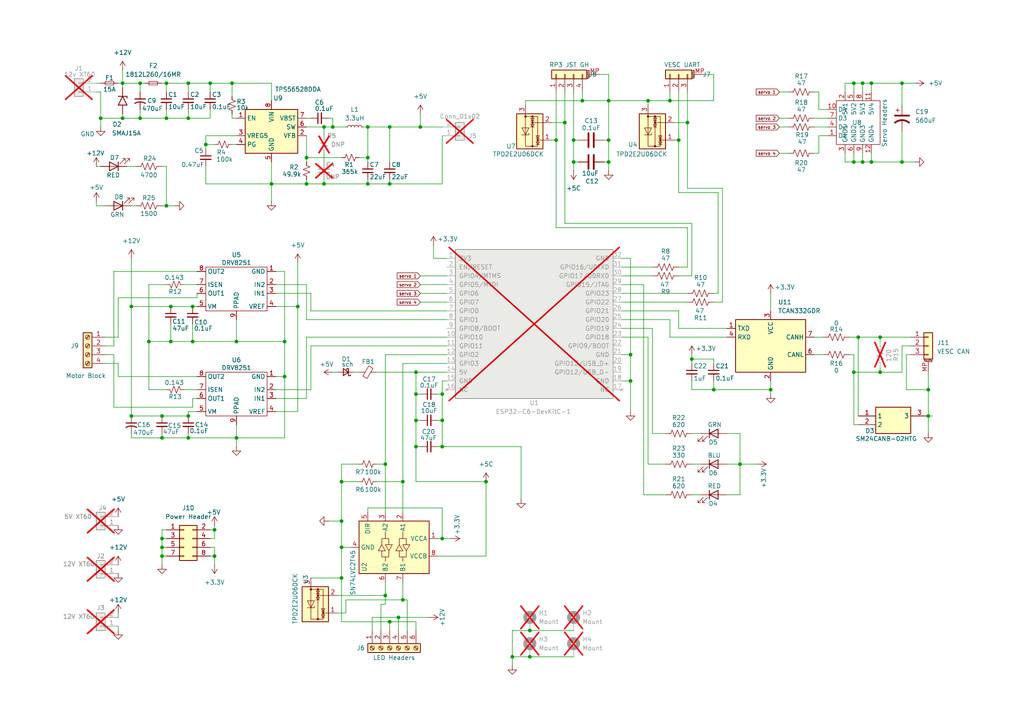
<source format=kicad_sch>
(kicad_sch (version 20250114) (generator "eeschema") (generator_version "9.0")
  (paper "A4")
  (title_block (title "RC Snow Blower") (date "2025-09-01") (rev "1"))
  (junction (at 88.9 53.34))
  (junction (at 99.06 151.13))
  (junction (at 62.23 161.29))
  (junction (at 40.64 34.29))
  (junction (at 168.91 29.21))
  (junction (at 48.26 34.29))
  (junction (at 55.88 88.9))
  (junction (at 55.88 99.06))
  (junction (at 67.31 24.13))
  (junction (at 248.92 97.79))
  (junction (at 116.84 173.99))
  (junction (at 196.85 40.64))
  (junction (at 78.74 53.34))
  (junction (at 35.56 24.13))
  (junction (at 166.37 46.99))
  (junction (at 247.65 107.95))
  (junction (at 82.55 99.06))
  (junction (at 49.53 99.06))
  (junction (at 43.18 99.06))
  (junction (at 54.61 34.29))
  (junction (at 113.03 180.34))
  (junction (at 255.27 97.79))
  (junction (at 214.63 134.62))
  (junction (at 120.65 129.54))
  (junction (at 54.61 120.65))
  (junction (at 153.67 182.88))
  (junction (at 182.88 110.49))
  (junction (at 176.53 29.21))
  (junction (at 250.19 24.13))
  (junction (at 148.59 190.5))
  (junction (at 161.29 40.64))
  (junction (at 48.26 59.69))
  (junction (at 93.98 53.34))
  (junction (at 86.36 88.9))
  (junction (at 59.69 41.91))
  (junction (at 29.21 34.29))
  (junction (at 40.64 24.13))
  (junction (at 250.19 46.99))
  (junction (at 247.65 46.99))
  (junction (at 93.98 36.83))
  (junction (at 115.57 179.07))
  (junction (at 140.97 139.7))
  (junction (at 120.65 121.92))
  (junction (at 35.56 34.29))
  (junction (at 247.65 24.13))
  (junction (at 252.73 24.13))
  (junction (at 128.27 121.92))
  (junction (at 128.27 129.54))
  (junction (at 163.83 35.56))
  (junction (at 176.53 40.64))
  (junction (at 128.27 114.3))
  (junction (at 255.27 107.95))
  (junction (at 194.31 29.21))
  (junction (at 68.58 127))
  (junction (at 199.39 35.56))
  (junction (at 269.24 113.03))
  (junction (at 38.1 88.9))
  (junction (at 60.96 24.13))
  (junction (at 106.68 45.72))
  (junction (at 113.03 53.34))
  (junction (at 182.88 102.87))
  (junction (at 106.68 53.34))
  (junction (at 261.62 46.99))
  (junction (at 48.26 24.13))
  (junction (at 96.52 36.83))
  (junction (at 111.76 172.72))
  (junction (at 46.99 161.29))
  (junction (at 261.62 24.13))
  (junction (at 46.99 127))
  (junction (at 82.55 109.22))
  (junction (at 116.84 139.7))
  (junction (at 269.24 120.65))
  (junction (at 54.61 24.13))
  (junction (at 88.9 45.72))
  (junction (at 46.99 156.21))
  (junction (at 207.01 113.03))
  (junction (at 120.65 107.95))
  (junction (at 54.61 127))
  (junction (at 187.96 29.21))
  (junction (at 99.06 167.64))
  (junction (at 38.1 120.65))
  (junction (at 46.99 158.75))
  (junction (at 223.52 113.03))
  (junction (at 62.23 153.67))
  (junction (at 68.58 99.06))
  (junction (at 153.67 190.5))
  (junction (at 252.73 46.99))
  (junction (at 200.66 104.14))
  (junction (at 106.68 36.83))
  (junction (at 120.65 114.3))
  (junction (at 121.92 36.83))
  (junction (at 113.03 36.83))
  (junction (at 128.27 156.21))
  (junction (at 99.06 139.7))
  (junction (at 99.06 158.75))
  (junction (at 111.76 134.62))
  (junction (at 166.37 40.64))
  (junction (at 46.99 120.65))
  (junction (at 49.53 88.9))
  (junction (at 176.53 46.99))
  (wire (pts (xy 246.38 97.79) (xy 248.92 97.79)))
  (wire (pts (xy 200.66 125.73) (xy 203.2 125.73)))
  (wire (pts (xy 38.1 127) (xy 46.99 127)))
  (wire (pts (xy 62.23 153.67) (xy 62.23 156.21)))
  (wire (pts (xy 46.99 59.69) (xy 48.26 59.69)))
  (wire (pts (xy 166.37 26.67) (xy 166.37 40.64)))
  (wire (pts (xy 106.68 36.83) (xy 113.03 36.83)))
  (wire (pts (xy 33.02 78.74) (xy 33.02 100.33)))
  (wire (pts (xy 40.64 26.67) (xy 40.64 24.13)))
  (wire (pts (xy 196.85 80.01) (xy 200.66 80.01)))
  (wire (pts (xy 210.82 125.73) (xy 214.63 125.73)))
  (wire (pts (xy 121.92 82.55) (xy 129.54 82.55)))
  (wire (pts (xy 176.53 46.99) (xy 176.53 49.53)))
  (wire (pts (xy 247.65 107.95) (xy 255.27 107.95)))
  (wire (pts (xy 78.74 24.13) (xy 78.74 29.21)))
  (wire (pts (xy 247.65 26.67) (xy 247.65 24.13)))
  (wire (pts (xy 236.22 26.67) (xy 237.49 26.67)))
  (wire (pts (xy 78.74 53.34) (xy 59.69 53.34)))
  (wire (pts (xy 38.1 88.9) (xy 49.53 88.9)))
  (wire (pts (xy 121.92 80.01) (xy 129.54 80.01)))
  (wire (pts (xy 128.27 121.92) (xy 128.27 129.54)))
  (wire (pts (xy 210.82 143.51) (xy 214.63 143.51)))
  (wire (pts (xy 82.55 78.74) (xy 82.55 99.06)))
  (wire (pts (xy 35.56 24.13) (xy 40.64 24.13)))
  (wire (pts (xy 148.59 193.04) (xy 148.59 190.5)))
  (wire (pts (xy 29.21 26.67) (xy 27.94 26.67)))
  (wire (pts (xy 247.65 107.95) (xy 247.65 123.19)))
  (wire (pts (xy 68.58 99.06) (xy 82.55 99.06)))
  (wire (pts (xy 99.06 180.34) (xy 99.06 167.64)))
  (wire (pts (xy 200.66 80.01) (xy 200.66 64.77)))
  (wire (pts (xy 121.92 87.63) (xy 129.54 87.63)))
  (wire (pts (xy 269.24 107.95) (xy 269.24 113.03)))
  (wire (pts (xy 208.28 55.88) (xy 196.85 55.88)))
  (wire (pts (xy 111.76 175.26) (xy 110.49 175.26)))
  (wire (pts (xy 106.68 45.72) (xy 104.14 45.72)))
  (wire (pts (xy 237.49 44.45) (xy 237.49 39.37)))
  (wire (pts (xy 106.68 147.32) (xy 106.68 148.59)))
  (wire (pts (xy 252.73 46.99) (xy 261.62 46.99)))
  (wire (pts (xy 194.31 26.67) (xy 194.31 29.21)))
  (wire (pts (xy 120.65 114.3) (xy 120.65 107.95)))
  (wire (pts (xy 163.83 26.67) (xy 163.83 35.56)))
  (wire (pts (xy 49.53 99.06) (xy 55.88 99.06)))
  (wire (pts (xy 226.06 34.29) (xy 228.6 34.29)))
  (wire (pts (xy 62.23 152.4) (xy 62.23 153.67)))
  (wire (pts (xy 55.88 93.98) (xy 55.88 99.06)))
  (wire (pts (xy 27.94 48.26) (xy 29.21 48.26)))
  (wire (pts (xy 53.34 82.55) (xy 57.15 82.55)))
  (wire (pts (xy 120.65 114.3) (xy 121.92 114.3)))
  (wire (pts (xy 236.22 44.45) (xy 237.49 44.45)))
  (wire (pts (xy 100.33 36.83) (xy 96.52 36.83)))
  (wire (pts (xy 161.29 40.64) (xy 161.29 66.04)))
  (wire (pts (xy 247.65 24.13) (xy 250.19 24.13)))
  (wire (pts (xy 236.22 102.87) (xy 238.76 102.87)))
  (wire (pts (xy 38.1 74.93) (xy 38.1 88.9)))
  (wire (pts (xy 68.58 99.06) (xy 55.88 99.06)))
  (wire (pts (xy 102.87 107.95) (xy 104.14 107.95)))
  (wire (pts (xy 99.06 139.7) (xy 104.14 139.7)))
  (wire (pts (xy 34.29 105.41) (xy 34.29 109.22)))
  (wire (pts (xy 252.73 26.67) (xy 252.73 24.13)))
  (wire (pts (xy 48.26 34.29) (xy 40.64 34.29)))
  (wire (pts (xy 180.34 82.55) (xy 186.69 82.55)))
  (wire (pts (xy 49.53 88.9) (xy 55.88 88.9)))
  (wire (pts (xy 67.31 27.94) (xy 67.31 24.13)))
  (wire (pts (xy 43.18 82.55) (xy 48.26 82.55)))
  (wire (pts (xy 96.52 107.95) (xy 97.79 107.95)))
  (wire (pts (xy 111.76 168.91) (xy 111.76 172.72)))
  (wire (pts (xy 33.02 102.87) (xy 33.02 118.11)))
  (wire (pts (xy 189.23 125.73) (xy 193.04 125.73)))
  (wire (pts (xy 109.22 139.7) (xy 116.84 139.7)))
  (wire (pts (xy 182.88 74.93) (xy 180.34 74.93)))
  (wire (pts (xy 46.99 158.75) (xy 48.26 158.75)))
  (wire (pts (xy 180.34 77.47) (xy 189.23 77.47)))
  (wire (pts (xy 186.69 143.51) (xy 193.04 143.51)))
  (wire (pts (xy 107.95 182.88) (xy 107.95 179.07)))
  (wire (pts (xy 46.99 158.75) (xy 46.99 161.29)))
  (wire (pts (xy 100.33 177.8) (xy 97.79 177.8)))
  (wire (pts (xy 57.15 88.9) (xy 55.88 88.9)))
  (wire (pts (xy 121.92 36.83) (xy 128.27 36.83)))
  (wire (pts (xy 175.26 46.99) (xy 176.53 46.99)))
  (wire (pts (xy 80.01 85.09) (xy 90.17 85.09)))
  (wire (pts (xy 90.17 100.33) (xy 129.54 100.33)))
  (wire (pts (xy 226.06 36.83) (xy 228.6 36.83)))
  (wire (pts (xy 245.11 46.99) (xy 247.65 46.99)))
  (wire (pts (xy 43.18 113.03) (xy 48.26 113.03)))
  (wire (pts (xy 194.31 29.21) (xy 187.96 29.21)))
  (wire (pts (xy 125.73 74.93) (xy 129.54 74.93)))
  (wire (pts (xy 173.99 21.59) (xy 176.53 21.59)))
  (wire (pts (xy 207.01 105.41) (xy 207.01 104.14)))
  (wire (pts (xy 151.13 129.54) (xy 151.13 144.78)))
  (wire (pts (xy 180.34 90.17) (xy 196.85 90.17)))
  (wire (pts (xy 80.01 119.38) (xy 86.36 119.38)))
  (wire (pts (xy 130.81 156.21) (xy 128.27 156.21)))
  (wire (pts (xy 115.57 179.07) (xy 115.57 182.88)))
  (wire (pts (xy 48.26 48.26) (xy 46.99 48.26)))
  (wire (pts (xy 237.49 39.37) (xy 240.03 39.37)))
  (wire (pts (xy 120.65 139.7) (xy 140.97 139.7)))
  (wire (pts (xy 127 161.29) (xy 140.97 161.29)))
  (wire (pts (xy 120.65 139.7) (xy 120.65 129.54)))
  (wire (pts (xy 68.58 99.06) (xy 68.58 92.71)))
  (wire (pts (xy 223.52 110.49) (xy 223.52 113.03)))
  (wire (pts (xy 113.03 46.99) (xy 113.03 36.83)))
  (wire (pts (xy 88.9 82.55) (xy 88.9 92.71)))
  (wire (pts (xy 111.76 134.62) (xy 111.76 148.59)))
  (wire (pts (xy 148.59 182.88) (xy 148.59 190.5)))
  (wire (pts (xy 80.01 82.55) (xy 88.9 82.55)))
  (wire (pts (xy 250.19 46.99) (xy 252.73 46.99)))
  (wire (pts (xy 207.01 85.09) (xy 208.28 85.09)))
  (wire (pts (xy 121.92 36.83) (xy 113.03 36.83)))
  (wire (pts (xy 125.73 71.12) (xy 125.73 74.93)))
  (wire (pts (xy 88.9 53.34) (xy 93.98 53.34)))
  (wire (pts (xy 128.27 114.3) (xy 128.27 121.92)))
  (wire (pts (xy 207.01 104.14) (xy 200.66 104.14)))
  (wire (pts (xy 106.68 52.07) (xy 106.68 53.34)))
  (wire (pts (xy 187.96 29.21) (xy 187.96 30.48)))
  (wire (pts (xy 48.26 31.75) (xy 48.26 34.29)))
  (wire (pts (xy 80.01 88.9) (xy 86.36 88.9)))
  (wire (pts (xy 34.29 182.88) (xy 34.29 181.61)))
  (wire (pts (xy 252.73 24.13) (xy 261.62 24.13)))
  (wire (pts (xy 168.91 29.21) (xy 152.4 29.21)))
  (wire (pts (xy 55.88 118.11) (xy 33.02 118.11)))
  (wire (pts (xy 59.69 41.91) (xy 59.69 43.18)))
  (wire (pts (xy 38.1 88.9) (xy 38.1 120.65)))
  (wire (pts (xy 204.47 21.59) (xy 207.01 21.59)))
  (wire (pts (xy 194.31 97.79) (xy 194.31 92.71)))
  (wire (pts (xy 261.62 30.48) (xy 261.62 24.13)))
  (wire (pts (xy 187.96 134.62) (xy 193.04 134.62)))
  (wire (pts (xy 82.55 109.22) (xy 82.55 127)))
  (wire (pts (xy 96.52 34.29) (xy 96.52 36.83)))
  (wire (pts (xy 124.46 179.07) (xy 115.57 179.07)))
  (wire (pts (xy 223.52 85.09) (xy 223.52 90.17)))
  (wire (pts (xy 262.89 102.87) (xy 264.16 102.87)))
  (wire (pts (xy 46.99 156.21) (xy 48.26 156.21)))
  (wire (pts (xy 153.67 182.88) (xy 166.37 182.88)))
  (wire (pts (xy 48.26 153.67) (xy 46.99 153.67)))
  (wire (pts (xy 140.97 161.29) (xy 140.97 139.7)))
  (wire (pts (xy 54.61 34.29) (xy 48.26 34.29)))
  (wire (pts (xy 54.61 125.73) (xy 54.61 127)))
  (wire (pts (xy 62.23 163.83) (xy 62.23 161.29)))
  (wire (pts (xy 166.37 46.99) (xy 167.64 46.99)))
  (wire (pts (xy 68.58 39.37) (xy 59.69 39.37)))
  (wire (pts (xy 43.18 82.55) (xy 43.18 99.06)))
  (wire (pts (xy 101.6 158.75) (xy 99.06 158.75)))
  (wire (pts (xy 60.96 156.21) (xy 62.23 156.21)))
  (wire (pts (xy 54.61 119.38) (xy 54.61 120.65)))
  (wire (pts (xy 57.15 86.36) (xy 34.29 86.36)))
  (wire (pts (xy 196.85 90.17) (xy 196.85 95.25)))
  (wire (pts (xy 88.9 45.72) (xy 99.06 45.72)))
  (wire (pts (xy 180.34 85.09) (xy 199.39 85.09)))
  (wire (pts (xy 46.99 24.13) (xy 48.26 24.13)))
  (wire (pts (xy 68.58 127) (xy 68.58 123.19)))
  (wire (pts (xy 255.27 99.06) (xy 255.27 97.79)))
  (wire (pts (xy 120.65 180.34) (xy 120.65 182.88)))
  (wire (pts (xy 62.23 161.29) (xy 62.23 158.75)))
  (wire (pts (xy 99.06 180.34) (xy 113.03 180.34)))
  (wire (pts (xy 68.58 127) (xy 54.61 127)))
  (wire (pts (xy 82.55 127) (xy 68.58 127)))
  (wire (pts (xy 128.27 39.37) (xy 128.27 53.34)))
  (wire (pts (xy 35.56 34.29) (xy 40.64 34.29)))
  (wire (pts (xy 35.56 20.32) (xy 35.56 24.13)))
  (wire (pts (xy 207.01 110.49) (xy 207.01 113.03)))
  (wire (pts (xy 120.65 180.34) (xy 113.03 180.34)))
  (wire (pts (xy 34.29 109.22) (xy 57.15 109.22)))
  (wire (pts (xy 210.82 134.62) (xy 214.63 134.62)))
  (wire (pts (xy 67.31 24.13) (xy 78.74 24.13)))
  (wire (pts (xy 223.52 113.03) (xy 223.52 114.3)))
  (wire (pts (xy 86.36 76.2) (xy 86.36 88.9)))
  (wire (pts (xy 245.11 26.67) (xy 245.11 24.13)))
  (wire (pts (xy 106.68 147.32) (xy 128.27 147.32)))
  (wire (pts (xy 195.58 35.56) (xy 199.39 35.56)))
  (wire (pts (xy 35.56 25.4) (xy 35.56 24.13)))
  (wire (pts (xy 67.31 41.91) (xy 68.58 41.91)))
  (wire (pts (xy 200.66 134.62) (xy 203.2 134.62)))
  (wire (pts (xy 180.34 80.01) (xy 189.23 80.01)))
  (wire (pts (xy 90.17 100.33) (xy 90.17 113.03)))
  (wire (pts (xy 60.96 161.29) (xy 62.23 161.29)))
  (wire (pts (xy 86.36 119.38) (xy 86.36 88.9)))
  (wire (pts (xy 195.58 40.64) (xy 196.85 40.64)))
  (wire (pts (xy 113.03 52.07) (xy 113.03 53.34)))
  (wire (pts (xy 129.54 102.87) (xy 111.76 102.87)))
  (wire (pts (xy 106.68 53.34) (xy 113.03 53.34)))
  (wire (pts (xy 226.06 44.45) (xy 228.6 44.45)))
  (wire (pts (xy 57.15 119.38) (xy 54.61 119.38)))
  (wire (pts (xy 43.18 99.06) (xy 49.53 99.06)))
  (wire (pts (xy 54.61 31.75) (xy 54.61 34.29)))
  (wire (pts (xy 168.91 29.21) (xy 176.53 29.21)))
  (wire (pts (xy 226.06 26.67) (xy 228.6 26.67)))
  (wire (pts (xy 200.66 110.49) (xy 200.66 113.03)))
  (wire (pts (xy 54.61 120.65) (xy 46.99 120.65)))
  (wire (pts (xy 116.84 168.91) (xy 116.84 173.99)))
  (wire (pts (xy 99.06 167.64) (xy 90.17 167.64)))
  (wire (pts (xy 160.02 35.56) (xy 163.83 35.56)))
  (wire (pts (xy 120.65 107.95) (xy 129.54 107.95)))
  (wire (pts (xy 247.65 123.19) (xy 248.92 123.19)))
  (wire (pts (xy 88.9 97.79) (xy 88.9 115.57)))
  (wire (pts (xy 175.26 40.64) (xy 176.53 40.64)))
  (wire (pts (xy 34.29 24.13) (xy 35.56 24.13)))
  (wire (pts (xy 99.06 167.64) (xy 99.06 158.75)))
  (wire (pts (xy 250.19 46.99) (xy 250.19 44.45)))
  (wire (pts (xy 39.37 59.69) (xy 38.1 59.69)))
  (wire (pts (xy 196.85 40.64) (xy 196.85 26.67)))
  (wire (pts (xy 255.27 107.95) (xy 255.27 106.68)))
  (wire (pts (xy 82.55 78.74) (xy 80.01 78.74)))
  (wire (pts (xy 176.53 21.59) (xy 176.53 29.21)))
  (wire (pts (xy 57.15 86.36) (xy 57.15 85.09)))
  (wire (pts (xy 186.69 143.51) (xy 186.69 82.55)))
  (wire (pts (xy 109.22 107.95) (xy 120.65 107.95)))
  (wire (pts (xy 68.58 34.29) (xy 67.31 34.29)))
  (wire (pts (xy 99.06 139.7) (xy 99.06 151.13)))
  (wire (pts (xy 113.03 180.34) (xy 113.03 182.88)))
  (wire (pts (xy 208.28 85.09) (xy 208.28 55.88)))
  (wire (pts (xy 48.26 26.67) (xy 48.26 24.13)))
  (wire (pts (xy 166.37 40.64) (xy 167.64 40.64)))
  (wire (pts (xy 35.56 33.02) (xy 35.56 34.29)))
  (wire (pts (xy 120.65 114.3) (xy 120.65 121.92)))
  (wire (pts (xy 176.53 40.64) (xy 176.53 46.99)))
  (wire (pts (xy 180.34 110.49) (xy 182.88 110.49)))
  (wire (pts (xy 127 129.54) (xy 128.27 129.54)))
  (wire (pts (xy 60.96 158.75) (xy 62.23 158.75)))
  (wire (pts (xy 269.24 125.73) (xy 269.24 120.65)))
  (wire (pts (xy 88.9 52.07) (xy 88.9 53.34)))
  (wire (pts (xy 105.41 36.83) (xy 106.68 36.83)))
  (wire (pts (xy 196.85 40.64) (xy 196.85 55.88)))
  (wire (pts (xy 88.9 92.71) (xy 129.54 92.71)))
  (wire (pts (xy 93.98 52.07) (xy 93.98 53.34)))
  (wire (pts (xy 189.23 125.73) (xy 189.23 95.25)))
  (wire (pts (xy 207.01 113.03) (xy 223.52 113.03)))
  (wire (pts (xy 100.33 173.99) (xy 116.84 173.99)))
  (wire (pts (xy 88.9 45.72) (xy 88.9 46.99)))
  (wire (pts (xy 93.98 39.37) (xy 93.98 36.83)))
  (wire (pts (xy 166.37 46.99) (xy 166.37 49.53)))
  (wire (pts (xy 261.62 100.33) (xy 261.62 107.95)))
  (wire (pts (xy 207.01 29.21) (xy 194.31 29.21)))
  (wire (pts (xy 121.92 85.09) (xy 129.54 85.09)))
  (wire (pts (xy 27.94 24.13) (xy 29.21 24.13)))
  (wire (pts (xy 236.22 34.29) (xy 240.03 34.29)))
  (wire (pts (xy 252.73 46.99) (xy 252.73 44.45)))
  (wire (pts (xy 160.02 40.64) (xy 161.29 40.64)))
  (wire (pts (xy 30.48 102.87) (xy 33.02 102.87)))
  (wire (pts (xy 236.22 36.83) (xy 240.03 36.83)))
  (wire (pts (xy 54.61 24.13) (xy 60.96 24.13)))
  (wire (pts (xy 90.17 90.17) (xy 90.17 85.09)))
  (wire (pts (xy 152.4 30.48) (xy 152.4 29.21)))
  (wire (pts (xy 148.59 190.5) (xy 153.67 190.5)))
  (wire (pts (xy 116.84 105.41) (xy 116.84 139.7)))
  (wire (pts (xy 199.39 35.56) (xy 199.39 54.61)))
  (wire (pts (xy 262.89 102.87) (xy 262.89 113.03)))
  (wire (pts (xy 200.66 64.77) (xy 163.83 64.77)))
  (wire (pts (xy 38.1 125.73) (xy 38.1 127)))
  (wire (pts (xy 80.01 115.57) (xy 88.9 115.57)))
  (wire (pts (xy 40.64 24.13) (xy 41.91 24.13)))
  (wire (pts (xy 109.22 134.62) (xy 111.76 134.62)))
  (wire (pts (xy 237.49 26.67) (xy 237.49 31.75)))
  (wire (pts (xy 46.99 125.73) (xy 46.99 127)))
  (wire (pts (xy 214.63 134.62) (xy 219.71 134.62)))
  (wire (pts (xy 93.98 44.45) (xy 93.98 46.99)))
  (wire (pts (xy 67.31 34.29) (xy 67.31 33.02)))
  (wire (pts (xy 250.19 24.13) (xy 252.73 24.13)))
  (wire (pts (xy 90.17 90.17) (xy 129.54 90.17)))
  (wire (pts (xy 168.91 29.21) (xy 168.91 26.67)))
  (wire (pts (xy 46.99 163.83) (xy 46.99 161.29)))
  (wire (pts (xy 245.11 24.13) (xy 247.65 24.13)))
  (wire (pts (xy 60.96 153.67) (xy 62.23 153.67)))
  (wire (pts (xy 68.58 129.54) (xy 68.58 127)))
  (wire (pts (xy 57.15 115.57) (xy 55.88 115.57)))
  (wire (pts (xy 48.26 59.69) (xy 48.26 48.26)))
  (wire (pts (xy 214.63 125.73) (xy 214.63 134.62)))
  (wire (pts (xy 180.34 97.79) (xy 187.96 97.79)))
  (wire (pts (xy 153.67 190.5) (xy 166.37 190.5)))
  (wire (pts (xy 57.15 78.74) (xy 33.02 78.74)))
  (wire (pts (xy 48.26 24.13) (xy 54.61 24.13)))
  (wire (pts (xy 27.94 59.69) (xy 30.48 59.69)))
  (wire (pts (xy 120.65 121.92) (xy 120.65 129.54)))
  (wire (pts (xy 106.68 36.83) (xy 106.68 45.72)))
  (wire (pts (xy 59.69 39.37) (xy 59.69 41.91)))
  (wire (pts (xy 209.55 54.61) (xy 199.39 54.61)))
  (wire (pts (xy 80.01 109.22) (xy 82.55 109.22)))
  (wire (pts (xy 59.69 41.91) (xy 62.23 41.91)))
  (wire (pts (xy 261.62 46.99) (xy 265.43 46.99)))
  (wire (pts (xy 250.19 26.67) (xy 250.19 24.13)))
  (wire (pts (xy 247.65 102.87) (xy 247.65 107.95)))
  (wire (pts (xy 46.99 161.29) (xy 48.26 161.29)))
  (wire (pts (xy 34.29 86.36) (xy 34.29 97.79)))
  (wire (pts (xy 200.66 113.03) (xy 207.01 113.03)))
  (wire (pts (xy 261.62 24.13) (xy 265.43 24.13)))
  (wire (pts (xy 34.29 97.79) (xy 30.48 97.79)))
  (wire (pts (xy 180.34 87.63) (xy 199.39 87.63)))
  (wire (pts (xy 46.99 156.21) (xy 46.99 158.75)))
  (wire (pts (xy 53.34 113.03) (xy 57.15 113.03)))
  (wire (pts (xy 200.66 143.51) (xy 203.2 143.51)))
  (wire (pts (xy 60.96 24.13) (xy 67.31 24.13)))
  (wire (pts (xy 78.74 46.99) (xy 78.74 53.34)))
  (wire (pts (xy 46.99 153.67) (xy 46.99 156.21)))
  (wire (pts (xy 255.27 107.95) (xy 261.62 107.95)))
  (wire (pts (xy 60.96 24.13) (xy 60.96 26.67)))
  (wire (pts (xy 128.27 156.21) (xy 127 156.21)))
  (wire (pts (xy 269.24 120.65) (xy 270.51 120.65)))
  (wire (pts (xy 245.11 44.45) (xy 245.11 46.99)))
  (wire (pts (xy 78.74 53.34) (xy 88.9 53.34)))
  (wire (pts (xy 182.88 110.49) (xy 182.88 119.38)))
  (wire (pts (xy 99.06 134.62) (xy 99.06 139.7)))
  (wire (pts (xy 30.48 100.33) (xy 33.02 100.33)))
  (wire (pts (xy 34.29 177.8) (xy 34.29 179.07)))
  (wire (pts (xy 29.21 36.83) (xy 29.21 34.29)))
  (wire (pts (xy 207.01 87.63) (xy 209.55 87.63)))
  (wire (pts (xy 187.96 97.79) (xy 187.96 134.62)))
  (wire (pts (xy 40.64 31.75) (xy 40.64 34.29)))
  (wire (pts (xy 128.27 147.32) (xy 128.27 156.21)))
  (wire (pts (xy 199.39 66.04) (xy 161.29 66.04)))
  (wire (pts (xy 120.65 121.92) (xy 121.92 121.92)))
  (wire (pts (xy 194.31 92.71) (xy 180.34 92.71)))
  (wire (pts (xy 34.29 105.41) (xy 30.48 105.41)))
  (wire (pts (xy 261.62 100.33) (xy 264.16 100.33)))
  (wire (pts (xy 88.9 97.79) (xy 129.54 97.79)))
  (wire (pts (xy 54.61 24.13) (xy 54.61 26.67)))
  (wire (pts (xy 187.96 29.21) (xy 176.53 29.21)))
  (wire (pts (xy 100.33 177.8) (xy 100.33 173.99)))
  (wire (pts (xy 29.21 26.67) (xy 29.21 34.29)))
  (wire (pts (xy 95.25 34.29) (xy 96.52 34.29)))
  (wire (pts (xy 248.92 97.79) (xy 255.27 97.79)))
  (wire (pts (xy 39.37 48.26) (xy 36.83 48.26)))
  (wire (pts (xy 60.96 31.75) (xy 60.96 34.29)))
  (wire (pts (xy 129.54 105.41) (xy 116.84 105.41)))
  (wire (pts (xy 27.94 59.69) (xy 27.94 58.42)))
  (wire (pts (xy 246.38 102.87) (xy 247.65 102.87)))
  (wire (pts (xy 99.06 151.13) (xy 99.06 158.75)))
  (wire (pts (xy 196.85 95.25) (xy 210.82 95.25)))
  (wire (pts (xy 49.53 93.98) (xy 49.53 99.06)))
  (wire (pts (xy 207.01 21.59) (xy 207.01 29.21)))
  (wire (pts (xy 88.9 36.83) (xy 93.98 36.83)))
  (wire (pts (xy 93.98 53.34) (xy 106.68 53.34)))
  (wire (pts (xy 43.18 113.03) (xy 43.18 99.06)))
  (wire (pts (xy 237.49 31.75) (xy 240.03 31.75)))
  (wire (pts (xy 59.69 48.26) (xy 59.69 53.34)))
  (wire (pts (xy 121.92 33.02) (xy 121.92 36.83)))
  (wire (pts (xy 176.53 40.64) (xy 176.53 29.21)))
  (wire (pts (xy 161.29 26.67) (xy 161.29 40.64)))
  (wire (pts (xy 99.06 134.62) (xy 104.14 134.62)))
  (wire (pts (xy 166.37 40.64) (xy 166.37 46.99)))
  (wire (pts (xy 46.99 127) (xy 54.61 127)))
  (wire (pts (xy 93.98 36.83) (xy 96.52 36.83)))
  (wire (pts (xy 200.66 102.87) (xy 200.66 104.14)))
  (wire (pts (xy 182.88 74.93) (xy 182.88 102.87)))
  (wire (pts (xy 269.24 120.65) (xy 269.24 113.03)))
  (wire (pts (xy 78.74 53.34) (xy 78.74 58.42)))
  (wire (pts (xy 116.84 173.99) (xy 118.11 173.99)))
  (wire (pts (xy 118.11 173.99) (xy 118.11 182.88)))
  (wire (pts (xy 80.01 113.03) (xy 90.17 113.03)))
  (wire (pts (xy 269.24 113.03) (xy 262.89 113.03)))
  (wire (pts (xy 127 121.92) (xy 128.27 121.92)))
  (wire (pts (xy 129.54 110.49) (xy 128.27 110.49)))
  (wire (pts (xy 247.65 46.99) (xy 247.65 44.45)))
  (wire (pts (xy 127 114.3) (xy 128.27 114.3)))
  (wire (pts (xy 189.23 95.25) (xy 180.34 95.25)))
  (wire (pts (xy 199.39 77.47) (xy 196.85 77.47)))
  (wire (pts (xy 180.34 102.87) (xy 182.88 102.87)))
  (wire (pts (xy 99.06 151.13) (xy 95.25 151.13)))
  (wire (pts (xy 38.1 120.65) (xy 46.99 120.65)))
  (wire (pts (xy 111.76 102.87) (xy 111.76 134.62)))
  (wire (pts (xy 50.8 59.69) (xy 48.26 59.69)))
  (wire (pts (xy 153.67 182.88) (xy 148.59 182.88)))
  (wire (pts (xy 151.13 129.54) (xy 128.27 129.54)))
  (wire (pts (xy 163.83 35.56) (xy 163.83 64.77)))
  (wire (pts (xy 200.66 104.14) (xy 200.66 105.41)))
  (wire (pts (xy 128.27 110.49) (xy 128.27 114.3)))
  (wire (pts (xy 111.76 172.72) (xy 97.79 172.72)))
  (wire (pts (xy 90.17 34.29) (xy 88.9 34.29)))
  (wire (pts (xy 199.39 35.56) (xy 199.39 26.67)))
  (wire (pts (xy 209.55 87.63) (xy 209.55 54.61)))
  (wire (pts (xy 106.68 46.99) (xy 106.68 45.72)))
  (wire (pts (xy 113.03 53.34) (xy 128.27 53.34)))
  (wire (pts (xy 60.96 34.29) (xy 54.61 34.29)))
  (wire (pts (xy 116.84 139.7) (xy 116.84 148.59)))
  (wire (pts (xy 248.92 97.79) (xy 248.92 120.65)))
  (wire (pts (xy 110.49 175.26) (xy 110.49 182.88)))
  (wire (pts (xy 55.88 115.57) (xy 55.88 118.11)))
  (wire (pts (xy 261.62 38.1) (xy 261.62 46.99)))
  (wire (pts (xy 210.82 97.79) (xy 194.31 97.79)))
  (wire (pts (xy 255.27 97.79) (xy 264.16 97.79)))
  (wire (pts (xy 82.55 99.06) (xy 82.55 109.22)))
  (wire (pts (xy 120.65 129.54) (xy 121.92 129.54)))
  (wire (pts (xy 35.56 34.29) (xy 29.21 34.29)))
  (wire (pts (xy 236.22 97.79) (xy 238.76 97.79)))
  (wire (pts (xy 88.9 39.37) (xy 88.9 45.72)))
  (wire (pts (xy 199.39 77.47) (xy 199.39 66.04)))
  (wire (pts (xy 107.95 179.07) (xy 115.57 179.07)))
  (wire (pts (xy 182.88 102.87) (xy 182.88 110.49)))
  (wire (pts (xy 111.76 172.72) (xy 111.76 175.26)))
  (wire (pts (xy 214.63 134.62) (xy 214.63 143.51)))
  (wire (pts (xy 247.65 46.99) (xy 250.19 46.99)))
  (global_label "servo 4" (shape input) (at 121.92 87.63 180) (effects (font (size 0.889 0.889))) (property "Intersheetrefs" "${INTERSHEET_REFS}" (effects (hide yes))))
  (global_label "servo 2" (shape input) (at 121.92 82.55 180) (effects (font (size 0.889 0.889))) (property "Intersheetrefs" "${INTERSHEET_REFS}" (effects (hide yes))))
  (global_label "servo 2" (shape input) (at 226.06 34.29 180) (effects (font (size 0.889 0.889))) (property "Intersheetrefs" "${INTERSHEET_REFS}" (effects (hide yes))))
  (global_label "servo 3" (shape input) (at 121.92 85.09 180) (effects (font (size 0.889 0.889))) (property "Intersheetrefs" "${INTERSHEET_REFS}" (effects (hide yes))))
  (global_label "servo 4" (shape input) (at 226.06 44.45 180) (effects (font (size 0.889 0.889))) (property "Intersheetrefs" "${INTERSHEET_REFS}" (effects (hide yes))))
  (global_label "servo 1" (shape input) (at 226.06 26.67 180) (effects (font (size 0.889 0.889))) (property "Intersheetrefs" "${INTERSHEET_REFS}" (effects (hide yes))))
  (global_label "servo 3" (shape input) (at 226.06 36.83 180) (effects (font (size 0.889 0.889))) (property "Intersheetrefs" "${INTERSHEET_REFS}" (effects (hide yes))))
  (global_label "servo 1" (shape input) (at 121.92 80.01 180) (effects (font (size 0.889 0.889))) (property "Intersheetrefs" "${INTERSHEET_REFS}" (effects (hide yes))))
  (symbol (lib_id "Connector:Screw_Terminal_01x06") (at 113.03 187.96 90) (mirror x) (unit 1)
    (property "Reference" "J6" (at 104.648 187.96 90))
    (property "Value" "LED Headers" (at 114.3 190.754 90))
    (property "Footprint" "TerminalBlock_TE-Connectivity:TerminalBlock_TE_282834-6_1x06_P2.54mm_Horizontal" (effects (hide yes)))
    (property "Datasheet" "https://www.digikey.com/en/products/detail/on-shore-technology-inc/OSTVN06A150/1588866" (effects (hide yes)))
    (property "Description" "Confirmed - 10" (effects (hide yes)))
    (property "Footprint_Short" "1x06 2.45mm pitch" (effects (hide yes)))
    (property "MFG Part #" "OSTVN06A150" (effects (hide yes)))
  )
  (symbol (lib_id "power:+5C") (at 166.37 49.53 180) (unit 1)
    (property "Reference" "#PWR014" (effects (hide yes)))
    (property "Value" "+5C" (at 166.37 54.61 0))
    (property "Description" "Power symbol creates a global label with name \"+5C\"" (effects (hide yes)))
  )
  (symbol (lib_id "power:GND") (at 50.8 59.69 90) (unit 1)
    (property "Reference" "#PWR015" (effects (hide yes)))
    (property "Value" "GND" (effects (hide yes)))
    (property "Description" "Power symbol creates a global label with name \"GND\" , ground" (effects (hide yes)))
  )
  (symbol (lib_id "power:GND") (at 176.53 49.53 0) (unit 1)
    (property "Reference" "#PWR037" (effects (hide yes)))
    (property "Value" "GND" (effects (hide yes)))
    (property "Description" "Power symbol creates a global label with name \"GND\" , ground" (effects (hide yes)))
  )
  (symbol (lib_id "Device:R_US") (at 232.41 36.83 90) (unit 1)
    (property "Reference" "R19" (at 232.664 39.116 90))
    (property "Value" "47" (at 232.664 41.148 90))
    (property "Footprint" "Resistor_SMD:R_0805_2012Metric_Pad1.20x1.40mm_HandSolder" (effects (hide yes)))
    (property "Datasheet" "https://www.digikey.com/en/products/detail/te-connectivity-passive-product/CRGCQ0805F47R/8576335" (effects (hide yes)))
    (property "Description" "Confirmed - 50" (effects (hide yes)))
    (property "Footprint_Short" "0805" (effects (hide yes)))
    (property "MFG Part #" "CRGCQ0805F47R" (effects (hide yes)))
  )
  (symbol (lib_id "Device:FerriteBead_Small") (at 106.68 107.95 270) (unit 1)
    (property "Reference" "FB1" (at 104.902 104.902 90) (effects (justify left)))
    (property "Value" "FerriteBead_Small" (effects (hide yes)))
    (property "Footprint" "digikey-footprints:0805" (effects (hide yes)))
    (property "Datasheet" "https://www.digikey.com/en/products/detail/murata-electronics/BLM21PG121SN1D/2588110?s=N4IgTCBcDaIEIBkCyYCMAFA4qtBlAcqgCIgC6AvkA" (effects (hide yes)))
    (property "Description" "Confirmed - 10" (effects (hide yes)))
    (property "Footprint_Short" "0805" (effects (hide yes)))
    (property "MFG Part #" "BLM21PG121SN1D" (effects (hide yes)))
  )
  (symbol (lib_id "power:+5C") (at 140.97 139.7 0) (unit 1)
    (property "Reference" "#PWR013" (effects (hide yes)))
    (property "Value" "+5C" (at 140.97 134.62 0))
    (property "Description" "Power symbol creates a global label with name \"+5C\"" (effects (hide yes)))
  )
  (symbol (lib_id "Device:LED") (at 207.01 125.73 0) (unit 1)
    (property "Reference" "D5" (at 205.486 128.27 0) (effects (justify left)))
    (property "Value" "GRN" (at 205.232 123.19 0) (effects (justify left)))
    (property "Footprint" "LED_SMD:LED_1206_3216Metric_Pad1.42x1.75mm_HandSolder" (effects (hide yes)))
    (property "Datasheet" "https://www.digikey.com/en/products/detail/everlight-electronics-co-ltd/QTLP650D4TR-QT15-21SYGD-S530-E2-TR8/2675910" (effects (hide yes)))
    (property "Description" "Confirmed - 10" (effects (hide yes)))
    (property "Sim.Pins" "1=K 2=A" (effects (hide yes)))
    (property "Footprint_Short" "1206" (effects (hide yes)))
    (property "MFG Part #" "QTLP650D4TR/QT15-21SYGD/S530-E2/TR8" (effects (hide yes)))
  )
  (symbol (lib_id "power:GND") (at 95.25 151.13 270) (unit 1)
    (property "Reference" "#PWR0105" (effects (hide yes)))
    (property "Value" "GND" (effects (hide yes)))
    (property "Description" "Power symbol creates a global label with name \"GND\" , ground" (effects (hide yes)))
  )
  (symbol (lib_id "Device:C") (at 171.45 40.64 90) (unit 1)
    (property "Reference" "C13" (at 171.45 35.052 90))
    (property "Value" "0.1uF" (at 171.45 37.084 90))
    (property "Footprint" "Capacitor_SMD:C_0805_2012Metric_Pad1.18x1.45mm_HandSolder" (effects (hide yes)))
    (property "Datasheet" "https://www.digikey.com/en/products/detail/kyocera-avx/KGM21NR71E104KT/1116281" (effects (hide yes)))
    (property "Description" "Confirmed - 50" (effects (hide yes)))
    (property "Footprint_Short" "0805" (effects (hide yes)))
    (property "MFG Part #" "KGM21NR71E104KT" (effects (hide yes)))
  )
  (symbol (lib_id "power:+3.3V") (at 223.52 85.09 0) (unit 1)
    (property "Reference" "#PWR09" (effects (hide yes)))
    (property "Value" "+3.3V" (at 227.584 83.312 0))
    (property "Description" "Power symbol creates a global label with name \"+3.3V\"" (effects (hide yes)))
  )
  (symbol (lib_id "power:+3.3V") (at 125.73 71.12 0) (unit 1)
    (property "Reference" "#PWR0127" (effects (hide yes)))
    (property "Value" "+3.3V" (at 129.794 69.342 0))
    (property "Description" "Power symbol creates a global label with name \"+3.3V\"" (effects (hide yes)))
  )
  (symbol (lib_id "power:+12V") (at 124.46 179.07 270) (unit 1)
    (property "Reference" "#PWR0119" (effects (hide yes)))
    (property "Value" "+12V" (at 128.27 179.07 0))
    (property "Description" "Power symbol creates a global label with name \"+12V\"" (effects (hide yes)))
  )
  (symbol (lib_id "power:GND") (at 265.43 46.99 90) (mirror x) (unit 1)
    (property "Reference" "#PWR048" (effects (hide yes)))
    (property "Value" "GND" (effects (hide yes)))
    (property "Description" "Power symbol creates a global label with name \"GND\" , ground" (effects (hide yes)))
  )
  (symbol (lib_id "power:+12V") (at 34.29 177.8 0) (unit 1)
    (property "Reference" "#PWR0128" (effects (hide yes)))
    (property "Value" "+12V" (at 34.29 173.99 0))
    (property "Description" "Power symbol creates a global label with name \"+12V\"" (effects (hide yes)))
  )
  (symbol (lib_id "power:+5V") (at 265.43 24.13 270) (mirror x) (unit 1)
    (property "Reference" "#PWR049" (effects (hide yes)))
    (property "Value" "+5V" (at 269.24 24.1301 90) (effects (justify left)))
    (property "Description" "Power symbol creates a global label with name \"+5V\"" (effects (hide yes)))
  )
  (symbol (lib_id "power:GND") (at 29.21 36.83 0) (unit 1)
    (property "Reference" "#PWR04" (effects (hide yes)))
    (property "Value" "GND" (at 25.4 38.862 0))
    (property "Description" "Power symbol creates a global label with name \"GND\" , ground" (effects (hide yes)))
  )
  (symbol (lib_id "power:GND") (at 68.58 129.54 0) (mirror y) (unit 1)
    (property "Reference" "#PWR036" (effects (hide yes)))
    (property "Value" "GND" (effects (hide yes)))
    (property "Description" "Power symbol creates a global label with name \"GND\" , ground" (effects (hide yes)))
  )
  (symbol (lib_id "Device:R_Small_US") (at 67.31 30.48 0) (unit 1)
    (property "Reference" "R3" (at 68.58 29.464 0) (effects (justify left)))
    (property "Value" "10k" (at 68.58 31.242 0) (effects (justify left)))
    (property "Footprint" "Resistor_SMD:R_0805_2012Metric_Pad1.20x1.40mm_HandSolder" (effects (hide yes)))
    (property "Datasheet" "https://www.digikey.com/en/products/detail/panasonic-electronic-components/ERA-6AEB103V/1465773" (effects (hide yes)))
    (property "Description" "Confirmed - 10" (effects (hide yes)))
    (property "Footprint_Short" "0805" (effects (hide yes)))
    (property "MFG Part #" "ERA-6AEB103V" (effects (hide yes)))
  )
  (symbol (lib_id "Power_Protection:TPD2E2U06DCK") (at 187.96 38.1 180) (unit 1)
    (property "Reference" "U4" (at 184.912 41.91 0) (effects (justify left)))
    (property "Value" "TPD2E2U06DCK" (at 193.548 44.704 0) (effects (justify left)))
    (property "Footprint" "Package_TO_SOT_SMD:SOT-323_SC-70" (effects (hide yes)))
    (property "Datasheet" "http://www.ti.com/lit/ds/symlink/tpd2e2u06.pdf" (effects (hide yes)))
    (property "Description" "Dual-Channel High-Speed ESD Protection, SC-70" (effects (hide yes)))
    (property "Footprint_Short" "SC-70, SOT-323" (effects (hide yes)))
    (property "MFG Part #" "TPD2E2U06DCKR" (effects (hide yes)))
  )
  (symbol (lib_id "Connector_Generic:Conn_01x02") (at 29.21 166.37 180) (unit 1) (dnp yes)
    (property "Reference" "J2" (at 29.21 161.29 0))
    (property "Value" "12V XT60" (at 22.86 163.576 0))
    (property "Footprint" "Connector_AMASS:AMASS_XT60-F_1x02_P7.20mm_Vertical" (effects (hide yes)))
    (property "Description" "Generic connector, single row, 01x02, script generated (kicad-library-utils/schlib/autogen/connector/)" (effects (hide yes)))
    (property "MFG Part #" "XT60-F" (effects (hide yes)))
  )
  (symbol (lib_id "Custom_Library:SM24CANB-02HTG") (at 248.92 120.65 0) (unit 1)
    (property "Reference" "D3" (at 250.952 124.968 0) (effects (justify left)))
    (property "Value" "SM24CANB-02HTG" (at 248.158 127.254 0) (effects (justify left)))
    (property "Footprint" "Libraries:SM24CANB02HTG" (effects (hide yes)))
    (property "Datasheet" "https://www.digikey.com/en/products/detail/littelfuse-inc/SM24CANB-02HTG/5048174?s=N4IgTCBcDaIMoFkwBYDCBBAcgIQLQAYwAJAFQHEQBdAXyA" (effects (hide yes)))
    (property "Description" "Confirmed - 10" (effects (hide yes)))
    (property "Height" "1.12" (effects (hide yes)))
    (property "Manufacturer_Name" "LITTELFUSE" (effects (hide yes)))
    (property "Manufacturer_Part_Number" "SM24CANB-02HTG" (effects (hide yes)))
    (property "Mouser Part Number" "576-SM24CANB-02HTG" (effects (hide yes)))
    (property "Mouser Price/Stock" "https://www.mouser.co.uk/ProductDetail/Littelfuse/SM24CANB-02HTG?qs=bWsWnctWn1wbKmCYlcUmHw%3D%3D" (effects (hide yes)))
    (property "Arrow Part Number" "SM24CANB-02HTG" (effects (hide yes)))
    (property "Arrow Price/Stock" "https://www.arrow.com/en/products/sm24canb-02htg/littelfuse?utm_currency=USD&region=nac" (effects (hide yes)))
    (property "Footprint_Short" " SOT-23-3" (effects (hide yes)))
    (property "MFG Part #" "SM24CANB-02HTG" (effects (hide yes)))
  )
  (symbol (lib_id "Device:R_Small_US") (at 93.98 41.91 0) (unit 1) (on_board no) (dnp yes)
    (property "Reference" "R5" (at 97.536 39.37 0) (effects (justify right)))
    (property "Value" "DNP" (at 100.076 41.91 0) (effects (justify right)))
    (property "Footprint" "Resistor_SMD:R_0805_2012Metric_Pad1.20x1.40mm_HandSolder" (effects (hide yes)))
    (property "Description" "Resistor, small US symbol" (effects (hide yes)))
  )
  (symbol (lib_id "Device:R_US") (at 43.18 59.69 90) (unit 1)
    (property "Reference" "R25" (at 43.18 57.404 90))
    (property "Value" "1500" (at 43.18 61.976 90))
    (property "Footprint" "Resistor_SMD:R_0805_2012Metric_Pad1.20x1.40mm_HandSolder" (effects (hide yes)))
    (property "Datasheet" "https://www.digikey.com/en/products/detail/yageo/RC0805JR-071K5L/728230" (effects (hide yes)))
    (property "Description" "Confirmed - 25" (effects (hide yes)))
    (property "Footprint_Short" "0805" (effects (hide yes)))
    (property "MFG Part #" "RC0805JR-071K5L" (effects (hide yes)))
  )
  (symbol (lib_id "Device:R_US") (at 196.85 134.62 90) (unit 1)
    (property "Reference" "R23" (at 196.85 130.048 90))
    (property "Value" "330" (at 196.85 132.08 90))
    (property "Footprint" "Resistor_SMD:R_0805_2012Metric_Pad1.20x1.40mm_HandSolder" (effects (hide yes)))
    (property "Datasheet" "https://www.digikey.com/en/products/detail/yageo/AC0805FR-07330RL/5896770" (effects (hide yes)))
    (property "Description" "Confirmed - 25" (effects (hide yes)))
    (property "Footprint_Short" "0805" (effects (hide yes)))
    (property "MFG Part #" "AC0805FR-07330RL" (effects (hide yes)))
  )
  (symbol (lib_id "Device:R_US") (at 232.41 34.29 90) (unit 1)
    (property "Reference" "R18" (at 232.41 29.718 90))
    (property "Value" "47" (at 232.41 31.75 90))
    (property "Footprint" "Resistor_SMD:R_0805_2012Metric_Pad1.20x1.40mm_HandSolder" (effects (hide yes)))
    (property "Datasheet" "https://www.digikey.com/en/products/detail/te-connectivity-passive-product/CRGCQ0805F47R/8576335" (effects (hide yes)))
    (property "Description" "Confirmed - 50" (effects (hide yes)))
    (property "Footprint_Short" "0805" (effects (hide yes)))
    (property "MFG Part #" "CRGCQ0805F47R" (effects (hide yes)))
  )
  (symbol (lib_id "Device:C_Small") (at 207.01 107.95 0) (unit 1)
    (property "Reference" "C21" (at 207.518 106.172 0) (effects (justify left)))
    (property "Value" "0.1uF" (at 207.518 109.728 0) (effects (justify left)))
    (property "Footprint" "Capacitor_SMD:C_0805_2012Metric_Pad1.18x1.45mm_HandSolder" (effects (hide yes)))
    (property "Datasheet" "https://www.digikey.com/en/products/detail/kyocera-avx/KGM21NR71E104KT/1116281" (effects (hide yes)))
    (property "Description" "Confirmed - 50" (effects (hide yes)))
    (property "Footprint_Short" "0805" (effects (hide yes)))
    (property "MFG Part #" "KGM21NR71E104KT" (effects (hide yes)))
  )
  (symbol (lib_id "Device:R_US") (at 193.04 77.47 90) (unit 1)
    (property "Reference" "R8" (at 193.04 72.898 90))
    (property "Value" "47" (at 193.04 74.93 90))
    (property "Footprint" "Resistor_SMD:R_0805_2012Metric_Pad1.20x1.40mm_HandSolder" (effects (hide yes)))
    (property "Datasheet" "https://www.digikey.com/en/products/detail/te-connectivity-passive-product/CRGCQ0805F47R/8576335" (effects (hide yes)))
    (property "Description" "Confirmed - 50" (effects (hide yes)))
    (property "Footprint_Short" "0805" (effects (hide yes)))
    (property "MFG Part #" "CRGCQ0805F47R" (effects (hide yes)))
  )
  (symbol (lib_id "Device:R_US") (at 242.57 97.79 270) (unit 1)
    (property "Reference" "R14" (at 242.57 95.504 90))
    (property "Value" "0" (at 242.57 93.726 90))
    (property "Footprint" "Resistor_SMD:R_0805_2012Metric_Pad1.20x1.40mm_HandSolder" (effects (hide yes)))
    (property "Datasheet" "https://www.digikey.com/en/products/detail/bourns-inc/CR0805-J-000ELF/3593157" (effects (hide yes)))
    (property "Description" "Confirmed - 25" (effects (hide yes)))
    (property "Footprint_Short" "0805" (effects (hide yes)))
    (property "MFG Part #" "CR0805-J/-000ELF" (effects (hide yes)))
  )
  (symbol (lib_id "Device:R_US") (at 242.57 102.87 270) (unit 1)
    (property "Reference" "R16" (at 242.57 105.41 90))
    (property "Value" "0" (at 242.57 107.442 90))
    (property "Footprint" "Resistor_SMD:R_0805_2012Metric_Pad1.20x1.40mm_HandSolder" (effects (hide yes)))
    (property "Datasheet" "https://www.digikey.com/en/products/detail/bourns-inc/CR0805-J-000ELF/3593157" (effects (hide yes)))
    (property "Description" "Confirmed - 25" (effects (hide yes)))
    (property "Footprint_Short" "0805" (effects (hide yes)))
    (property "MFG Part #" "CR0805-J/-000ELF" (effects (hide yes)))
  )
  (symbol (lib_id "power:GND") (at 46.99 163.83 0) (unit 1)
    (property "Reference" "#PWR044" (effects (hide yes)))
    (property "Value" "GND" (effects (hide yes)))
    (property "Description" "Power symbol creates a global label with name \"GND\" , ground" (effects (hide yes)))
  )
  (symbol (lib_id "Device:R_Small_US") (at 88.9 49.53 180) (unit 1)
    (property "Reference" "R2" (at 86.614 48.514 0) (effects (justify left)))
    (property "Value" "49.9k" (at 87.376 50.546 0) (effects (justify left)))
    (property "Footprint" "Resistor_SMD:R_0805_2012Metric_Pad1.20x1.40mm_HandSolder" (effects (hide yes)))
    (property "Datasheet" "https://www.digikey.com/en/products/detail/panasonic-electronic-components/ERA-6AEB4992V/2025816" (effects (hide yes)))
    (property "Description" "Confirmed - 10" (effects (hide yes)))
    (property "Footprint_Short" "0805" (effects (hide yes)))
    (property "MFG Part #" "ERA-6AEB4992V" (effects (hide yes)))
  )
  (symbol (lib_id "Device:Fuse_Small") (at 31.75 24.13 0) (unit 1)
    (property "Reference" "F1" (at 31.75 22.606 0))
    (property "Value" "15A" (at 31.75 25.908 0))
    (property "Footprint" "Fuse:Fuseholder_Blade_Mini_Keystone_3568" (effects (hide yes)))
    (property "Datasheet" "https://www.digikey.com/en/products/detail/keystone-electronics/3568/2137306" (effects (hide yes)))
    (property "Description" "Confirmed - 5" (effects (hide yes)))
    (property "Footprint_Short" "36-3568-ND" (effects (hide yes)))
    (property "MFG Part #" "36-3568-ND" (effects (hide yes)))
  )
  (symbol (lib_id "power:+5V") (at 96.52 107.95 90) (unit 1)
    (property "Reference" "#PWR0125" (effects (hide yes)))
    (property "Value" "+5V" (at 94.742 105.664 90))
    (property "Description" "Power symbol creates a global label with name \"+5V\"" (effects (hide yes)))
  )
  (symbol (lib_id "Device:LED") (at 207.01 134.62 0) (unit 1)
    (property "Reference" "D6" (at 205.486 137.16 0) (effects (justify left)))
    (property "Value" "BLU" (at 205.232 132.08 0) (effects (justify left)))
    (property "Footprint" "LED_SMD:LED_1206_3216Metric_Pad1.42x1.75mm_HandSolder" (effects (hide yes)))
    (property "Datasheet" "https://www.digikey.com/en/products/detail/broadcom-limited/HSMR-C150/637697" (effects (hide yes)))
    (property "Description" "Confirmed - 10" (effects (hide yes)))
    (property "Sim.Pins" "1=K 2=A" (effects (hide yes)))
    (property "Footprint_Short" "1206" (effects (hide yes)))
    (property "MFG Part #" "HSMR-C150" (effects (hide yes)))
  )
  (symbol (lib_id "Connector_Generic:Conn_01x02") (at 22.86 26.67 180) (unit 1) (dnp yes)
    (property "Reference" "J1" (at 22.86 19.812 0))
    (property "Value" "12v XT60" (at 23.114 21.59 0))
    (property "Footprint" "Connector_AMASS:AMASS_XT60-M_1x02_P7.20mm_Vertical" (effects (hide yes)))
    (property "Description" "Generic connector, single row, 01x02, script generated (kicad-library-utils/schlib/autogen/connector/)" (effects (hide yes)))
    (property "MFG Part #" "XT60-M" (effects (hide yes)))
  )
  (symbol (lib_id "Device:R_US") (at 203.2 85.09 90) (unit 1)
    (property "Reference" "R10" (at 203.2 80.518 90))
    (property "Value" "47" (at 203.2 82.55 90))
    (property "Footprint" "Resistor_SMD:R_0805_2012Metric_Pad1.20x1.40mm_HandSolder" (effects (hide yes)))
    (property "Datasheet" "https://www.digikey.com/en/products/detail/te-connectivity-passive-product/CRGCQ0805F47R/8576335" (effects (hide yes)))
    (property "Description" "Confirmed - 50" (effects (hide yes)))
    (property "Footprint_Short" "0805" (effects (hide yes)))
    (property "MFG Part #" "CRGCQ0805F47R" (effects (hide yes)))
  )
  (symbol (lib_id "Connector_Generic:Conn_01x02") (at 29.21 181.61 180) (unit 1) (dnp yes)
    (property "Reference" "J3" (at 29.21 176.276 0))
    (property "Value" "12V XT60" (at 22.86 178.816 0))
    (property "Footprint" "Connector_AMASS:AMASS_XT60-F_1x02_P7.20mm_Vertical" (effects (hide yes)))
    (property "Description" "Generic connector, single row, 01x02, script generated (kicad-library-utils/schlib/autogen/connector/)" (effects (hide yes)))
    (property "MFG Part #" "XT60-F" (effects (hide yes)))
  )
  (symbol (lib_id "Device:C_Small") (at 92.71 34.29 90) (unit 1)
    (property "Reference" "C6" (at 93.98 29.718 90) (effects (justify left)))
    (property "Value" "0.1uF" (at 96.774 31.496 90) (effects (justify left)))
    (property "Footprint" "Capacitor_SMD:C_0805_2012Metric_Pad1.18x1.45mm_HandSolder" (effects (hide yes)))
    (property "Datasheet" "https://www.digikey.com/en/products/detail/kyocera-avx/KGM21NR71E104KT/1116281" (effects (hide yes)))
    (property "Description" "Confirmed - 50" (effects (hide yes)))
    (property "Footprint_Short" "0805" (effects (hide yes)))
    (property "MFG Part #" "KGM21NR71E104KT" (effects (hide yes)))
  )
  (symbol (lib_id "power:GND") (at 269.24 125.73 0) (unit 1)
    (property "Reference" "#PWR011" (effects (hide yes)))
    (property "Value" "GND" (effects (hide yes)))
    (property "Description" "Power symbol creates a global label with name \"GND\" , ground" (effects (hide yes)))
  )
  (symbol (lib_id "Device:C_Small") (at 55.88 91.44 0) (mirror y) (unit 1)
    (property "Reference" "C10" (at 60.198 93.472 0) (effects (justify left)))
    (property "Value" "0.1uF" (at 61.722 95.25 0) (effects (justify left)))
    (property "Footprint" "Capacitor_SMD:C_0805_2012Metric_Pad1.18x1.45mm_HandSolder" (effects (hide yes)))
    (property "Datasheet" "https://www.digikey.com/en/products/detail/kyocera-avx/KGM21NR71E104KT/1116281" (effects (hide yes)))
    (property "Description" "Confirmed - 50" (effects (hide yes)))
    (property "Footprint_Short" "0805" (effects (hide yes)))
    (property "MFG Part #" "KGM21NR71E104KT" (effects (hide yes)))
  )
  (symbol (lib_id "Device:R_US") (at 232.41 26.67 90) (unit 1)
    (property "Reference" "R17" (at 232.41 22.098 90))
    (property "Value" "47" (at 232.41 24.13 90))
    (property "Footprint" "Resistor_SMD:R_0805_2012Metric_Pad1.20x1.40mm_HandSolder" (effects (hide yes)))
    (property "Datasheet" "https://www.digikey.com/en/products/detail/te-connectivity-passive-product/CRGCQ0805F47R/8576335" (effects (hide yes)))
    (property "Description" "Confirmed - 50" (effects (hide yes)))
    (property "Footprint_Short" "0805" (effects (hide yes)))
    (property "MFG Part #" "CRGCQ0805F47R" (effects (hide yes)))
  )
  (symbol (lib_id "power:GND") (at 34.29 152.4 0) (unit 1)
    (property "Reference" "#PWR02" (effects (hide yes)))
    (property "Value" "GND" (effects (hide yes)))
    (property "Description" "Power symbol creates a global label with name \"GND\" , ground" (effects (hide yes)))
  )
  (symbol (lib_id "Device:R_US") (at 232.41 44.45 90) (unit 1)
    (property "Reference" "R20" (at 232.41 47.244 90))
    (property "Value" "47" (at 232.41 49.276 90))
    (property "Footprint" "Resistor_SMD:R_0805_2012Metric_Pad1.20x1.40mm_HandSolder" (effects (hide yes)))
    (property "Datasheet" "https://www.digikey.com/en/products/detail/te-connectivity-passive-product/CRGCQ0805F47R/8576335" (effects (hide yes)))
    (property "Description" "Confirmed - 50" (effects (hide yes)))
    (property "Footprint_Short" "0805" (effects (hide yes)))
    (property "MFG Part #" "CRGCQ0805F47R" (effects (hide yes)))
  )
  (symbol (lib_id "Custom_Library:Servo_Header_3x04") (at 248.92 35.56 0) (mirror x) (unit 1)
    (property "Reference" "U8" (at 249.936 35.56 0) (effects (justify right)))
    (property "Value" "Servo Headers" (at 256.54 42.672 90) (effects (justify right)))
    (property "Footprint" "Custom_Parts:03x04 Generic Pin Header" (effects (hide yes)))
    (property "Datasheet" "https://www.digikey.com/en/products/detail/samtec-inc/TSW-104-07-L-T/6692021" (effects (hide yes)))
    (property "Description" "Confirmed - 5" (effects (hide yes)))
    (property "Footprint_Short" "3x12 2.54mm" (effects (hide yes)))
    (property "MFG Part #" "TSW-104-07-L-T" (effects (hide yes)))
  )
  (symbol (lib_id "Device:R_US") (at 193.04 80.01 90) (unit 1)
    (property "Reference" "R9" (at 193.04 84.582 90))
    (property "Value" "47" (at 192.786 82.55 90))
    (property "Footprint" "Resistor_SMD:R_0805_2012Metric_Pad1.20x1.40mm_HandSolder" (effects (hide yes)))
    (property "Datasheet" "https://www.digikey.com/en/products/detail/te-connectivity-passive-product/CRGCQ0805F47R/8576335" (effects (hide yes)))
    (property "Description" "Confirmed - 50" (effects (hide yes)))
    (property "Footprint_Short" "0805" (effects (hide yes)))
    (property "MFG Part #" "CRGCQ0805F47R" (effects (hide yes)))
  )
  (symbol (lib_id "Device:C_Small") (at 124.46 114.3 90) (unit 1)
    (property "Reference" "C17" (at 124.46 109.982 90))
    (property "Value" "0.1uF" (at 124.46 111.76 90))
    (property "Footprint" "Capacitor_SMD:C_0805_2012Metric_Pad1.18x1.45mm_HandSolder" (effects (hide yes)))
    (property "Datasheet" "https://www.digikey.com/en/products/detail/kyocera-avx/KGM21NR71E104KT/1116281" (effects (hide yes)))
    (property "Description" "Confirmed - 50" (effects (hide yes)))
    (property "Footprint_Short" "0805" (effects (hide yes)))
    (property "MFG Part #" "KGM21NR71E104KT" (effects (hide yes)))
  )
  (symbol (lib_id "power:+12V") (at 35.56 20.32 0) (unit 1)
    (property "Reference" "#PWR07" (effects (hide yes)))
    (property "Value" "+12V" (at 35.56 15.24 0))
    (property "Description" "Power symbol creates a global label with name \"+12V\"" (effects (hide yes)))
  )
  (symbol (lib_id "Device:C_Small") (at 200.66 107.95 0) (unit 1)
    (property "Reference" "C22" (at 201.168 106.172 0) (effects (justify left)))
    (property "Value" "1uF" (at 201.168 109.728 0) (effects (justify left)))
    (property "Footprint" "Capacitor_SMD:C_0805_2012Metric_Pad1.18x1.45mm_HandSolder" (effects (hide yes)))
    (property "Datasheet" "https://www.digikey.com/en/products/detail/murata-electronics/GRM21BR71A105KA01K/2546935" (effects (hide yes)))
    (property "Description" "Confirmed - 20" (effects (hide yes)))
    (property "Footprint_Short" "0805" (effects (hide yes)))
    (property "MFG Part #" "GRM21BR71A105KA01K" (effects (hide yes)))
  )
  (symbol (lib_id "Device:LED") (at 207.01 143.51 0) (unit 1)
    (property "Reference" "D4" (at 205.486 146.05 0) (effects (justify left)))
    (property "Value" "RED" (at 205.232 140.97 0) (effects (justify left)))
    (property "Footprint" "LED_SMD:LED_1206_3216Metric_Pad1.42x1.75mm_HandSolder" (effects (hide yes)))
    (property "Datasheet" "https://www.digikey.com/en/products/detail/everlight-electronics-co-ltd/QTLP650D2TR/2675908" (effects (hide yes)))
    (property "Description" "Confirmed - 10" (effects (hide yes)))
    (property "Sim.Pins" "1=K 2=A" (effects (hide yes)))
    (property "Footprint_Short" "1206" (effects (hide yes)))
    (property "MFG Part #" "QTLP650D2TR" (effects (hide yes)))
  )
  (symbol (lib_id "Device:R_Small_US") (at 101.6 45.72 270) (unit 1)
    (property "Reference" "R1" (at 102.616 47.752 90) (effects (justify right)))
    (property "Value" "365k" (at 103.886 49.784 90) (effects (justify right)))
    (property "Footprint" "Resistor_SMD:R_0805_2012Metric_Pad1.20x1.40mm_HandSolder" (effects (hide yes)))
    (property "Datasheet" "https://www.digikey.com/en/products/detail/panasonic-electronic-components/ERA-6AEB3653V/2025893" (effects (hide yes)))
    (property "Description" "Confirmed - 10" (effects (hide yes)))
    (property "Footprint_Short" "0805" (effects (hide yes)))
    (property "MFG Part #" "ERA-6AEB3653V" (effects (hide yes)))
  )
  (symbol (lib_id "Mechanical:MountingHole_Pad") (at 166.37 180.34 0) (unit 1) (on_board no) (dnp yes)
    (property "Reference" "H2" (at 168.91 177.7999 0) (effects (justify left)))
    (property "Value" "Mount" (at 168.91 180.3399 0) (effects (justify left)))
    (property "Footprint" "MountingHole:MountingHole_4.3mm_M4_Pad_Via" (effects (hide yes)))
    (property "Description" "Mounting Hole with connection" (effects (hide yes)))
  )
  (symbol (lib_id "power:+3.3V") (at 130.81 156.21 270) (unit 1)
    (property "Reference" "#PWR0103" (effects (hide yes)))
    (property "Value" "+3.3V" (at 132.588 152.146 0))
    (property "Description" "Power symbol creates a global label with name \"+3.3V\"" (effects (hide yes)))
  )
  (symbol (lib_id "Connector_Generic_MountingPin:Conn_01x04_MountingPin") (at 163.83 21.59 90) (unit 1)
    (property "Reference" "J8" (at 171.958 21.59 90))
    (property "Value" "RP3 JST GH" (at 165.1 18.796 90))
    (property "Footprint" "Connector_JST:JST_GH_BM04B-GHS-TBT_1x04-1MP_P1.25mm_Vertical" (effects (hide yes)))
    (property "Datasheet" "https://www.digikey.com/en/products/detail/jst-sales-america-inc/SM04B-GHS-TB/807788" (effects (hide yes)))
    (property "Description" "Confirmed - 6" (effects (hide yes)))
    (property "MFG Part #" "SM04B-GHS-TB" (effects (hide yes)))
  )
  (symbol (lib_id "Connector_Generic:Conn_02x04_Odd_Even") (at 53.34 156.21 0) (unit 1)
    (property "Reference" "J10" (at 54.61 147.32 0))
    (property "Value" "Power Header" (at 54.61 149.86 0))
    (property "Footprint" "Connector_PinSocket_2.54mm:PinSocket_2x04_P2.54mm_Vertical" (effects (hide yes)))
    (property "Datasheet" "https://www.digikey.com/en/products/detail/sullins-connector-solutions/PPTC042LFBN-RC/810211" (effects (hide yes)))
    (property "Description" "Confirmed - 10" (effects (hide yes)))
    (property "Footprint_Short" "2x04 2.45mm pitch" (effects (hide yes)))
    (property "MFG Part #" "PPTC042LFBN-RC" (effects (hide yes)))
  )
  (symbol (lib_id "Device:C_Polarized_US") (at 261.62 34.29 0) (unit 1)
    (property "Reference" "C19" (at 265.43 32.3849 0) (effects (justify left)))
    (property "Value" "560uF" (at 265.43 34.9249 0) (effects (justify left)))
    (property "Footprint" "Capacitor_SMD:CP_Elec_10x7.9" (effects (hide yes)))
    (property "Datasheet" "https://www.digikey.com/en/products/detail/panasonic-electronic-components/10SVP560M/4204770" (effects (hide yes)))
    (property "Description" "Confirmed - 10" (effects (hide yes)))
    (property "Footprint_Short" "Radial, Can - SMD 10mm" (effects (hide yes)))
    (property "MFG Part #" "10SVP560M" (effects (hide yes)))
  )
  (symbol (lib_id "power:GND") (at 223.52 114.3 0) (unit 1)
    (property "Reference" "#PWR08" (effects (hide yes)))
    (property "Value" "GND" (effects (hide yes)))
    (property "Description" "Power symbol creates a global label with name \"GND\" , ground" (effects (hide yes)))
  )
  (symbol (lib_id "Device:R_Small_US") (at 106.68 139.7 90) (unit 1)
    (property "Reference" "R6" (at 104.394 141.986 90))
    (property "Value" "100k" (at 108.204 141.986 90))
    (property "Footprint" "Resistor_SMD:R_0805_2012Metric_Pad1.20x1.40mm_HandSolder" (effects (hide yes)))
    (property "Datasheet" "https://www.digikey.com/en/products/detail/panasonic-electronic-components/ERA-6AEB104V/1465797" (effects (hide yes)))
    (property "Description" "Confirmed - 25" (effects (hide yes)))
    (property "Footprint_Short" "0805" (effects (hide yes)))
    (property "MFG Part #" "ERA-6AEB104V" (effects (hide yes)))
  )
  (symbol (lib_id "power:GND") (at 34.29 166.37 0) (unit 1)
    (property "Reference" "#PWR0112" (effects (hide yes)))
    (property "Value" "GND" (effects (hide yes)))
    (property "Description" "Power symbol creates a global label with name \"GND\" , ground" (effects (hide yes)))
  )
  (symbol (lib_id "power:GND") (at 78.74 58.42 0) (unit 1)
    (property "Reference" "#PWR05" (effects (hide yes)))
    (property "Value" "GND" (effects (hide yes)))
    (property "Description" "Power symbol creates a global label with name \"GND\" , ground" (effects (hide yes)))
  )
  (symbol (lib_id "Device:R_Small_US") (at 106.68 134.62 90) (unit 1)
    (property "Reference" "R7" (at 104.394 136.906 90))
    (property "Value" "100k" (at 108.204 136.906 90))
    (property "Footprint" "Resistor_SMD:R_0805_2012Metric_Pad1.20x1.40mm_HandSolder" (effects (hide yes)))
    (property "Datasheet" "https://www.digikey.com/en/products/detail/panasonic-electronic-components/ERA-6AEB104V/1465797" (effects (hide yes)))
    (property "Description" "Confirmed - 25" (effects (hide yes)))
    (property "Footprint_Short" "0805" (effects (hide yes)))
    (property "MFG Part #" "ERA-6AEB104V" (effects (hide yes)))
  )
  (symbol (lib_id "power:+5V") (at 62.23 152.4 0) (unit 1)
    (property "Reference" "#PWR046" (effects (hide yes)))
    (property "Value" "+5V" (at 61.976 148.59 0))
    (property "Description" "Power symbol creates a global label with name \"+5V\"" (effects (hide yes)))
  )
  (symbol (lib_id "power:+5V") (at 86.36 76.2 0) (mirror y) (unit 1)
    (property "Reference" "#PWR032" (effects (hide yes)))
    (property "Value" "+5V" (at 86.36 71.12 0))
    (property "Description" "Power symbol creates a global label with name \"+5V\"" (effects (hide yes)))
  )
  (symbol (lib_id "Connector_Generic_MountingPin:Conn_01x03_MountingPin") (at 269.24 100.33 0) (unit 1)
    (property "Reference" "J11" (at 271.78 99.4155 0) (effects (justify left)))
    (property "Value" "VESC CAN" (at 271.78 101.9555 0) (effects (justify left)))
    (property "Footprint" "Connector_JST:JST_GH_BM03B-GHS-TBT_1x03-1MP_P1.25mm_Vertical" (effects (hide yes)))
    (property "Datasheet" "https://www.digikey.com/en/products/detail/jst-sales-america-inc/BM03B-GHS-TBT/807801" (effects (hide yes)))
    (property "Description" "Confirmed - 5" (effects (hide yes)))
    (property "MFG Part #" "BM03B-GHS-TBT" (effects (hide yes)))
  )
  (symbol (lib_id "Device:R_Small_US") (at 50.8 82.55 270) (mirror x) (unit 1)
    (property "Reference" "R12" (at 50.8 84.582 90))
    (property "Value" "0.143" (at 50.546 80.518 90))
    (property "Footprint" "Resistor_SMD:R_2512_6332Metric_Pad1.40x3.35mm_HandSolder" (effects (hide yes)))
    (property "Datasheet" "https://www.digikey.com/en/products/detail/te-connectivity-passive-product/RLC73PW3AR143FTDG/19237034" (effects (hide yes)))
    (property "Description" "Confirmed 12" (effects (hide yes)))
    (property "Footprint_Short" "2512" (effects (hide yes)))
    (property "MFG Part #" "RLC73PW3AR143FTDG" (effects (hide yes)))
  )
  (symbol (lib_id "Device:C_Small") (at 60.96 29.21 0) (unit 1)
    (property "Reference" "C3" (at 61.468 27.432 0) (effects (justify left)))
    (property "Value" "0.1uF" (at 61.468 30.988 0) (effects (justify left)))
    (property "Footprint" "Capacitor_SMD:C_0805_2012Metric_Pad1.18x1.45mm_HandSolder" (effects (hide yes)))
    (property "Datasheet" "https://www.digikey.com/en/products/detail/kyocera-avx/KGM21NR71E104KT/1116281" (effects (hide yes)))
    (property "Description" "Confirmed - 50" (effects (hide yes)))
    (property "Footprint_Short" "0805" (effects (hide yes)))
    (property "MFG Part #" "KGM21NR71E104KT" (effects (hide yes)))
  )
  (symbol (lib_id "power:+5V") (at 27.94 58.42 0) (unit 1)
    (property "Reference" "#PWR017" (effects (hide yes)))
    (property "Value" "+5V" (at 27.94 54.356 0))
    (property "Description" "Power symbol creates a global label with name \"+5V\"" (effects (hide yes)))
  )
  (symbol (lib_id "power:GND") (at 34.29 182.88 0) (unit 1)
    (property "Reference" "#PWR0129" (effects (hide yes)))
    (property "Value" "GND" (effects (hide yes)))
    (property "Description" "Power symbol creates a global label with name \"GND\" , ground" (effects (hide yes)))
  )
  (symbol (lib_id "Device:Fuse_Small") (at 44.45 24.13 0) (unit 1)
    (property "Reference" "F2" (at 44.45 19.05 0))
    (property "Value" "1812L260/16MR" (at 44.45 21.59 0))
    (property "Footprint" "Fuse:Fuse_1812_4532Metric_Pad1.30x3.40mm_HandSolder" (effects (hide yes)))
    (property "Datasheet" "https://www.digikey.com/en/products/detail/littelfuse-inc/1812L260-16MR/4556471" (effects (hide yes)))
    (property "Description" "Confirmed - 10" (effects (hide yes)))
    (property "Footprint_Short" "1812" (effects (hide yes)))
    (property "MFG Part #" "1812L260/16MR" (effects (hide yes)))
  )
  (symbol (lib_id "Device:R_US") (at 43.18 48.26 270) (unit 1)
    (property "Reference" "R24" (at 43.434 45.974 90))
    (property "Value" "4700" (at 43.18 50.8 90))
    (property "Footprint" "Resistor_SMD:R_0805_2012Metric_Pad1.20x1.40mm_HandSolder" (effects (hide yes)))
    (property "Datasheet" "https://www.digikey.com/en/products/detail/yageo/AC0805FR-074K7L/5896876" (effects (hide yes)))
    (property "Description" "Confirmed - 25" (effects (hide yes)))
    (property "Footprint_Short" "0805" (effects (hide yes)))
    (property "MFG Part #" "AC0805FR-074K7L" (effects (hide yes)))
  )
  (symbol (lib_id "Interface_CAN_LIN:TCAN332G") (at 223.52 100.33 0) (unit 1)
    (property "Reference" "U11" (at 225.6633 87.63 0) (effects (justify left)))
    (property "Value" "TCAN332GDR" (at 225.6633 90.17 0) (effects (justify left)))
    (property "Footprint" "Package_SO:SOIC-8_3.9x4.9mm_P1.27mm" (effects (hide yes)))
    (property "Datasheet" "https://www.digikey.com/en/products/detail/texas-instruments/TCAN332GDR/6572321" (effects (hide yes)))
    (property "Description" "High-Speed CAN Transceiver with CAN FD, 5Mbps, 3.3V supply, SOT-23-8/SOIC-8" (effects (hide yes)))
    (property "Footprint_Short" "SOIC8 3.9mm" (effects (hide yes)))
    (property "MFG Part #" "TCAN332GDR" (effects (hide yes)))
  )
  (symbol (lib_id "Mechanical:MountingHole_Pad") (at 153.67 187.96 0) (unit 1) (on_board no) (dnp yes)
    (property "Reference" "H3" (at 156.21 185.4199 0) (effects (justify left)))
    (property "Value" "Mount" (at 156.21 187.9599 0) (effects (justify left)))
    (property "Footprint" "MountingHole:MountingHole_4.3mm_M4_Pad_Via" (effects (hide yes)))
    (property "Description" "Mounting Hole with connection" (effects (hide yes)))
  )
  (symbol (lib_id "power:+12V") (at 27.94 48.26 0) (unit 1)
    (property "Reference" "#PWR016" (effects (hide yes)))
    (property "Value" "+12V" (at 27.686 44.45 0))
    (property "Description" "Power symbol creates a global label with name \"+12V\"" (effects (hide yes)))
  )
  (symbol (lib_id "Device:R_US") (at 196.85 143.51 90) (unit 1)
    (property "Reference" "R21" (at 196.85 138.938 90))
    (property "Value" "620" (at 196.85 140.97 90))
    (property "Footprint" "Resistor_SMD:R_0805_2012Metric_Pad1.20x1.40mm_HandSolder" (effects (hide yes)))
    (property "Datasheet" "https://www.digikey.com/en/products/detail/yageo/RC0805DR-07100RL/22200903" (effects (hide yes)))
    (property "Description" "Confirmed - 25" (effects (hide yes)))
    (property "Footprint_Short" "0805" (effects (hide yes)))
    (property "MFG Part #" "RC0805FR-07620RL" (effects (hide yes)))
  )
  (symbol (lib_id "Device:C_Small") (at 48.26 29.21 0) (unit 1)
    (property "Reference" "C1" (at 48.768 27.432 0) (effects (justify left)))
    (property "Value" "10uF" (at 48.768 30.988 0) (effects (justify left)))
    (property "Footprint" "Capacitor_SMD:C_0805_2012Metric_Pad1.18x1.45mm_HandSolder" (effects (hide yes)))
    (property "Datasheet" "https://www.digikey.com/en/products/detail/murata-electronics/GRM21BZ71E106KE15L/13904911" (effects (hide yes)))
    (property "Description" "Confirmed - 50" (effects (hide yes)))
    (property "Footprint_Short" "0805" (effects (hide yes)))
    (property "MFG Part #" "GRM21BZ71E106KE15L" (effects (hide yes)))
  )
  (symbol (lib_id "Device:C") (at 171.45 46.99 90) (unit 1)
    (property "Reference" "C12" (at 171.704 52.578 90))
    (property "Value" "10uF" (at 171.196 50.292 90))
    (property "Footprint" "Capacitor_SMD:C_0805_2012Metric_Pad1.18x1.45mm_HandSolder" (effects (hide yes)))
    (property "Datasheet" "https://www.digikey.com/en/products/detail/murata-electronics/GRM21BZ71E106KE15L/13904911" (effects (hide yes)))
    (property "Description" "Confirmed - 50" (effects (hide yes)))
    (property "Footprint_Short" "0805" (effects (hide yes)))
    (property "MFG Part #" "GRM21BZ71E106KE15L" (effects (hide yes)))
  )
  (symbol (lib_id "Device:R_US") (at 255.27 102.87 180) (unit 1) (on_board no) (dnp yes)
    (property "Reference" "R15" (at 259.842 102.87 90))
    (property "Value" "120" (at 257.81 103.124 90))
    (property "Footprint" "Resistor_SMD:R_0805_2012Metric_Pad1.20x1.40mm_HandSolder" (effects (hide yes)))
    (property "Datasheet" "https://www.digikey.com/en/products/detail/yageo/RC0805DR-07100RL/22200903" (effects (hide yes)))
    (property "Description" "ERA-6AEB101V" (effects (hide yes)))
    (property "Footprint_Short" "0805" (effects (hide yes)))
    (property "MFG Part #" "ERA-6AEB101V" (effects (hide yes)))
  )
  (symbol (lib_id "power:GND") (at 151.13 144.78 0) (unit 1)
    (property "Reference" "#PWR0126" (effects (hide yes)))
    (property "Value" "GND" (effects (hide yes)))
    (property "Description" "Power symbol creates a global label with name \"GND\" , ground" (effects (hide yes)))
  )
  (symbol (lib_id "Custom_Library:DRV8251") (at 68.58 114.3 0) (mirror y) (unit 1)
    (property "Reference" "U6" (at 68.58 104.394 0))
    (property "Value" "DRV8251" (at 68.58 106.68 0))
    (property "Footprint" "Package_SO:TI_SO-PowerPAD-8" (effects (hide yes)))
    (property "Datasheet" "https://www.digikey.com/en/products/detail/texas-instruments/DRV8251DDAR/15857248" (effects (hide yes)))
    (property "Description" "(Motor Driver) DRV8251DDAR" (effects (hide yes)))
    (property "Footprint_Short" "8-PowerSOIC" (effects (hide yes)))
    (property "MFG Part #" "DRV8251DDAR" (effects (hide yes)))
  )
  (symbol (lib_id "Power_Protection:TPD2E2U06DCK") (at 152.4 38.1 180) (unit 1)
    (property "Reference" "U7" (at 149.606 42.418 0) (effects (justify left)))
    (property "Value" "TPD2E2U06DCK" (at 157.734 44.704 0) (effects (justify left)))
    (property "Footprint" "Package_TO_SOT_SMD:SOT-323_SC-70" (effects (hide yes)))
    (property "Datasheet" "http://www.ti.com/lit/ds/symlink/tpd2e2u06.pdf" (effects (hide yes)))
    (property "Description" "Dual-Channel High-Speed ESD Protection, SC-70" (effects (hide yes)))
    (property "Footprint_Short" "SC-70, SOT-323" (effects (hide yes)))
    (property "MFG Part #" "TPD2E2U06DCKR" (effects (hide yes)))
  )
  (symbol (lib_id "Device:D_Schottky_Small") (at 100.33 107.95 180) (unit 1)
    (property "Reference" "D1" (at 99.06 104.14 0) (effects (justify right)))
    (property "Value" "sch" (at 99.06 105.664 0) (effects (justify right)))
    (property "Footprint" "Diode_SMD:D_SOD-123" (effects (hide yes)))
    (property "Datasheet" "https://www.digikey.com/en/products/detail/good-ark-semiconductor/B5819W/18648698" (effects (hide yes)))
    (property "Description" "Confirmed - 10" (effects (hide yes)))
    (property "Footprint_Short" "SOD-123" (effects (hide yes)))
    (property "MFG Part #" "B5819W" (effects (hide yes)))
  )
  (symbol (lib_id "Device:C_Small") (at 93.98 49.53 0) (unit 1) (on_board no) (dnp yes)
    (property "Reference" "C4" (at 94.488 47.752 0) (effects (justify left)))
    (property "Value" "DNP" (at 94.488 51.308 0) (effects (justify left)))
    (property "Footprint" "Capacitor_SMD:C_0805_2012Metric_Pad1.18x1.45mm_HandSolder" (effects (hide yes)))
    (property "Description" "Unpolarized capacitor, small symbol" (effects (hide yes)))
    (property "Footprint_Short" "0805" (effects (hide yes)))
  )
  (symbol (lib_id "Device:C_Small") (at 49.53 91.44 0) (mirror y) (unit 1)
    (property "Reference" "C11" (at 53.848 93.218 0) (effects (justify left)))
    (property "Value" "47uF" (at 54.864 95.25 0) (effects (justify left)))
    (property "Footprint" "Capacitor_SMD:C_1210_3225Metric_Pad1.33x2.70mm_HandSolder" (effects (hide yes)))
    (property "Datasheet" "https://www.digikey.com/en/products/detail/taiyo-yuden/TMK325ABJ476MM-P/7067064" (effects (hide yes)))
    (property "Description" "Confirmed - 20" (effects (hide yes)))
    (property "Footprint_Short" "1210" (effects (hide yes)))
    (property "MFG Part #" "TMK325ABJ476MM-P" (effects (hide yes)))
  )
  (symbol (lib_id "Device:C_Small") (at 124.46 129.54 90) (mirror x) (unit 1)
    (property "Reference" "C20" (at 126.238 125.222 90) (effects (justify left)))
    (property "Value" "47uF" (at 126.746 127 90) (effects (justify left)))
    (property "Footprint" "Capacitor_SMD:C_1210_3225Metric_Pad1.33x2.70mm_HandSolder" (effects (hide yes)))
    (property "Datasheet" "https://www.digikey.com/en/products/detail/taiyo-yuden/TMK325ABJ476MM-P/7067064" (effects (hide yes)))
    (property "Description" "Confirmed - 20" (effects (hide yes)))
    (property "Footprint_Short" "1210" (effects (hide yes)))
    (property "MFG Part #" "TMK325ABJ476MM-P" (effects (hide yes)))
  )
  (symbol (lib_id "power:+5V") (at 121.92 33.02 0) (unit 1)
    (property "Reference" "#PWR06" (effects (hide yes)))
    (property "Value" "+5V" (at 121.92 27.94 0))
    (property "Description" "Power symbol creates a global label with name \"+5V\"" (effects (hide yes)))
  )
  (symbol (lib_id "Device:C_Small_US") (at 40.64 29.21 0) (unit 1)
    (property "Reference" "C9" (at 42.672 29.21 0) (effects (justify left)))
    (property "Value" "470uF" (at 41.148 31.496 0) (effects (justify left)))
    (property "Footprint" "Libraries:CAP_EEHZU1E471P" (effects (hide yes)))
    (property "Datasheet" "https://www.digikey.com/en/products/detail/panasonic-electronic-components/EEH-ZU1E471P/14114075" (effects (hide yes)))
    (property "Description" "Confirmed - 10" (effects (hide yes)))
    (property "Footprint_Short" "Radial, Can - SMD 10mm" (effects (hide yes)))
    (property "MFG Part #" "EEH-ZU1E471P" (effects (hide yes)))
  )
  (symbol (lib_id "Connector_Generic_MountingPin:Conn_01x03_MountingPin") (at 196.85 21.59 90) (unit 1)
    (property "Reference" "J7" (at 204.978 21.59 90))
    (property "Value" "VESC UART" (at 197.866 18.796 90))
    (property "Footprint" "Connector_JST:JST_GH_BM03B-GHS-TBT_1x03-1MP_P1.25mm_Vertical" (effects (hide yes)))
    (property "Datasheet" "https://www.digikey.com/en/products/detail/jst-sales-america-inc/BM03B-GHS-TBT/807801" (effects (hide yes)))
    (property "Description" "Confirmed - 5" (effects (hide yes)))
    (property "MFG Part #" "BM03B-GHS-TBT" (effects (hide yes)))
  )
  (symbol (lib_id "Mechanical:MountingHole_Pad") (at 153.67 180.34 0) (unit 1) (on_board no) (dnp yes)
    (property "Reference" "H1" (at 156.21 177.7999 0) (effects (justify left)))
    (property "Value" "Mount" (at 156.21 180.3399 0) (effects (justify left)))
    (property "Footprint" "MountingHole:MountingHole_4.3mm_M4_Pad_Via" (effects (hide yes)))
    (property "Description" "Mounting Hole with connection" (effects (hide yes)))
  )
  (symbol (lib_id "Device:R_US") (at 203.2 87.63 90) (unit 1)
    (property "Reference" "R11" (at 203.2 92.202 90))
    (property "Value" "47" (at 202.946 90.17 90))
    (property "Footprint" "Resistor_SMD:R_0805_2012Metric_Pad1.20x1.40mm_HandSolder" (effects (hide yes)))
    (property "Datasheet" "https://www.digikey.com/en/products/detail/te-connectivity-passive-product/CRGCQ0805F47R/8576335" (effects (hide yes)))
    (property "Description" "Confirmed - 50" (effects (hide yes)))
    (property "Footprint_Short" "0805" (effects (hide yes)))
    (property "MFG Part #" "CRGCQ0805F47R" (effects (hide yes)))
  )
  (symbol (lib_id "power:+3.3V") (at 62.23 163.83 180) (unit 1)
    (property "Reference" "#PWR047" (effects (hide yes)))
    (property "Value" "+3.3V" (at 62.23 168.91 0))
    (property "Description" "Power symbol creates a global label with name \"+3.3V\"" (effects (hide yes)))
  )
  (symbol (lib_id "Device:C_Small") (at 54.61 123.19 0) (mirror y) (unit 1)
    (property "Reference" "C14" (at 60.452 123.19 0) (effects (justify left)))
    (property "Value" "0.1uF" (at 60.452 124.968 0) (effects (justify left)))
    (property "Footprint" "Capacitor_SMD:C_0805_2012Metric_Pad1.18x1.45mm_HandSolder" (effects (hide yes)))
    (property "Datasheet" "https://www.digikey.com/en/products/detail/kyocera-avx/KGM21NR71E104KT/1116281" (effects (hide yes)))
    (property "Description" "Confirmed - 50" (effects (hide yes)))
    (property "Footprint_Short" "0805" (effects (hide yes)))
    (property "MFG Part #" "KGM21NR71E104KT" (effects (hide yes)))
  )
  (symbol (lib_id "Logic_LevelTranslator:SN74LVC2T45DCUR") (at 114.3 158.75 270) (unit 1)
    (property "Reference" "U2" (at 105.664 163.068 0) (effects (justify left)))
    (property "Value" "SN74LVC2T45" (at 102.362 159.512 0) (effects (justify left)))
    (property "Footprint" "Package_SO:SSOP-8_2.95x2.8mm_P0.65mm" (effects (hide yes)))
    (property "Datasheet" "https://www.digikey.com/en/products/detail/texas-instruments/SN74LVC2T45DCUR/657833" (effects (hide yes)))
    (property "Description" "(Logic Level Shifter) Dual-Bit Dual-Supply Bus Transceiver With Configurable Voltage Translation and 3-State Outputs, VSSOP-8" (effects (hide yes)))
    (property "Footprint_Short" "8-VFSOP" (effects (hide yes)))
    (property "MFG Part #" "SN74LVC2T45DCUR" (effects (hide yes)))
  )
  (symbol (lib_id "Device:C_Small") (at 59.69 45.72 0) (unit 1)
    (property "Reference" "C5" (at 56.388 43.688 0) (effects (justify left)))
    (property "Value" "0.47uF" (at 52.578 47.752 0) (effects (justify left)))
    (property "Footprint" "Capacitor_SMD:C_0805_2012Metric_Pad1.18x1.45mm_HandSolder" (effects (hide yes)))
    (property "Datasheet" "https://www.digikey.com/en/products/detail/murata-electronics/GRM188R71E474KA12D/702555" (effects (hide yes)))
    (property "Description" "Confirmed - 10" (effects (hide yes)))
    (property "Footprint_Short" "0805" (effects (hide yes)))
    (property "MFG Part #" "GRM188R71E474KA12D" (effects (hide yes)))
  )
  (symbol (lib_id "power:+5V") (at 34.29 149.86 0) (unit 1)
    (property "Reference" "#PWR01" (effects (hide yes)))
    (property "Value" "+5V" (at 34.29 144.78 0))
    (property "Description" "Power symbol creates a global label with name \"+5V\"" (effects (hide yes)))
  )
  (symbol (lib_id "power:+12V") (at 38.1 74.93 0) (mirror y) (unit 1)
    (property "Reference" "#PWR040" (effects (hide yes)))
    (property "Value" "+12V" (at 38.1 69.85 0))
    (property "Description" "Power symbol creates a global label with name \"+12V\"" (effects (hide yes)))
  )
  (symbol (lib_id "Device:LED") (at 34.29 59.69 180) (unit 1)
    (property "Reference" "D8" (at 35.814 57.15 0) (effects (justify left)))
    (property "Value" "GRN" (at 36.068 62.23 0) (effects (justify left)))
    (property "Footprint" "LED_SMD:LED_1206_3216Metric_Pad1.42x1.75mm_HandSolder" (effects (hide yes)))
    (property "Datasheet" "https://www.digikey.com/en/products/detail/everlight-electronics-co-ltd/QTLP650D4TR-QT15-21SYGD-S530-E2-TR8/2675910" (effects (hide yes)))
    (property "Description" "Confirmed - 10" (effects (hide yes)))
    (property "Sim.Pins" "1=K 2=A" (effects (hide yes)))
    (property "Footprint_Short" "1206" (effects (hide yes)))
    (property "MFG Part #" "QTLP650D4TR/QT15-21SYGD/S530-E2/TR8" (effects (hide yes)))
  )
  (symbol (lib_id "Connector_Generic:Conn_01x02") (at 133.35 39.37 0) (mirror x) (unit 1) (dnp yes)
    (property "Reference" "J5" (at 135.89 39.3701 0) (effects (justify left)))
    (property "Value" "Conn_01x02" (at 127.508 33.782 0) (effects (justify left)))
    (property "Footprint" "Connector_AMASS:AMASS_XT60-F_1x02_P7.20mm_Vertical" (effects (hide yes)))
    (property "Description" "Generic connector, single row, 01x02, script generated (kicad-library-utils/schlib/autogen/connector/)" (effects (hide yes)))
    (property "MFG Part #" "XT60-F" (effects (hide yes)))
  )
  (symbol (lib_id "power:+3.3V") (at 219.71 134.62 270) (unit 1)
    (property "Reference" "#PWR012" (effects (hide yes)))
    (property "Value" "+3.3V" (at 221.488 138.684 0))
    (property "Description" "Power symbol creates a global label with name \"+3.3V\"" (effects (hide yes)))
  )
  (symbol (lib_id "Device:C_Small") (at 54.61 29.21 0) (unit 1)
    (property "Reference" "C2" (at 55.118 27.432 0) (effects (justify left)))
    (property "Value" "10uF" (at 55.118 30.988 0) (effects (justify left)))
    (property "Footprint" "Capacitor_SMD:C_0805_2012Metric_Pad1.18x1.45mm_HandSolder" (effects (hide yes)))
    (property "Datasheet" "https://www.digikey.com/en/products/detail/murata-electronics/GRM21BZ71E106KE15L/13904911" (effects (hide yes)))
    (property "Description" "Confirmed - 50" (effects (hide yes)))
    (property "Footprint_Short" "0805" (effects (hide yes)))
    (property "MFG Part #" "GRM21BZ71E106KE15L" (effects (hide yes)))
  )
  (symbol (lib_id "Device:R_Small_US") (at 64.77 41.91 270) (unit 1)
    (property "Reference" "R4" (at 65.532 44.196 90) (effects (justify right)))
    (property "Value" "100k" (at 67.564 46.228 90) (effects (justify right)))
    (property "Footprint" "Resistor_SMD:R_0805_2012Metric_Pad1.20x1.40mm_HandSolder" (effects (hide yes)))
    (property "Datasheet" "https://www.digikey.com/en/products/detail/panasonic-electronic-components/ERA-6AEB104V/1465797" (effects (hide yes)))
    (property "Description" "Confirmed - 25" (effects (hide yes)))
    (property "Footprint_Short" "0805" (effects (hide yes)))
    (property "MFG Part #" "ERA-6AEB104V" (effects (hide yes)))
  )
  (symbol (lib_id "Device:R_Small_US") (at 50.8 113.03 270) (mirror x) (unit 1)
    (property "Reference" "R13" (at 50.8 115.062 90))
    (property "Value" "0.143" (at 50.546 110.998 90))
    (property "Footprint" "Resistor_SMD:R_2512_6332Metric_Pad1.40x3.35mm_HandSolder" (effects (hide yes)))
    (property "Datasheet" "https://www.digikey.com/en/products/detail/te-connectivity-passive-product/RLC73PW3AR143FTDG/19237034" (effects (hide yes)))
    (property "Description" "Confirmed 12" (effects (hide yes)))
    (property "Footprint_Short" "2512" (effects (hide yes)))
    (property "MFG Part #" "RLC73PW3AR143FTDG" (effects (hide yes)))
  )
  (symbol (lib_id "Device:LED") (at 33.02 48.26 180) (unit 1)
    (property "Reference" "D7" (at 34.544 45.72 0) (effects (justify left)))
    (property "Value" "RED" (at 34.798 50.8 0) (effects (justify left)))
    (property "Footprint" "LED_SMD:LED_1206_3216Metric_Pad1.42x1.75mm_HandSolder" (effects (hide yes)))
    (property "Datasheet" "https://www.digikey.com/en/products/detail/everlight-electronics-co-ltd/QTLP650D2TR/2675908" (effects (hide yes)))
    (property "Description" "Confirmed - 10" (effects (hide yes)))
    (property "Sim.Pins" "1=K 2=A" (effects (hide yes)))
    (property "Footprint_Short" "1206" (effects (hide yes)))
    (property "MFG Part #" "QTLP650D2TR" (effects (hide yes)))
  )
  (symbol (lib_id "power:GND") (at 182.88 119.38 0) (unit 1)
    (property "Reference" "#PWR0102" (effects (hide yes)))
    (property "Value" "GND" (effects (hide yes)))
    (property "Description" "Power symbol creates a global label with name \"GND\" , ground" (effects (hide yes)))
  )
  (symbol (lib_id "Device:C_Small") (at 46.99 123.19 0) (mirror y) (unit 1)
    (property "Reference" "C15" (at 52.578 123.444 0) (effects (justify left)))
    (property "Value" "47uF" (at 52.07 125.222 0) (effects (justify left)))
    (property "Footprint" "Capacitor_SMD:C_1210_3225Metric_Pad1.33x2.70mm_HandSolder" (effects (hide yes)))
    (property "Datasheet" "https://www.digikey.com/en/products/detail/taiyo-yuden/TMK325ABJ476MM-P/7067064" (effects (hide yes)))
    (property "Description" "Confirmed - 20" (effects (hide yes)))
    (property "Footprint_Short" "1210" (effects (hide yes)))
    (property "MFG Part #" "TMK325ABJ476MM-P" (effects (hide yes)))
  )
  (symbol (lib_id "power:+3.3V") (at 200.66 102.87 0) (unit 1)
    (property "Reference" "#PWR010" (effects (hide yes)))
    (property "Value" "+3.3V" (at 204.724 101.092 0))
    (property "Description" "Power symbol creates a global label with name \"+3.3V\"" (effects (hide yes)))
  )
  (symbol (lib_id "Mechanical:MountingHole_Pad") (at 166.37 187.96 0) (unit 1) (on_board no) (dnp yes)
    (property "Reference" "H4" (at 168.91 185.4199 0) (effects (justify left)))
    (property "Value" "Mount" (at 168.91 187.9599 0) (effects (justify left)))
    (property "Footprint" "MountingHole:MountingHole_4.3mm_M4_Pad_Via" (effects (hide yes)))
    (property "Description" "Mounting Hole with connection" (effects (hide yes)))
  )
  (symbol (lib_id "PCM_Espressif:ESP32-C6-DevKitC-1") (at 154.94 92.71 0) (unit 1) (dnp yes)
    (property "Reference" "U1" (at 154.94 116.84 0))
    (property "Value" "ESP32-C6-DevKitC-1" (at 154.686 119.38 0))
    (property "Footprint" "PCM_Espressif:ESP32-C6-DevKitC-1" (effects (hide yes)))
    (property "Datasheet" "https://docs.espressif.com/projects/espressif-esp-dev-kits/en/latest/esp32c6/esp32-c6-devkitc-1/user_guide.html" (effects (hide yes)))
    (property "Description" "ESP32-C6-DevKitC-1" (effects (hide yes)))
  )
  (symbol (lib_id "Device:C_Small_US") (at 38.1 123.19 0) (mirror y) (unit 1)
    (property "Reference" "C16" (at 43.688 123.19 0) (effects (justify left)))
    (property "Value" "470uF" (at 44.704 125.476 0) (effects (justify left)))
    (property "Footprint" "Libraries:CAP_EEHZU1E471P" (effects (hide yes)))
    (property "Datasheet" "https://www.digikey.com/en/products/detail/panasonic-electronic-components/EEH-ZU1E471P/14114075" (effects (hide yes)))
    (property "Description" "Confirmed - 10" (effects (hide yes)))
    (property "Footprint_Short" "Radial, Can - SMD 10mm" (effects (hide yes)))
    (property "MFG Part #" "EEH-ZU1E471P" (effects (hide yes)))
  )
  (symbol (lib_id "Regulator_Switching:TPS56528DDA") (at 78.74 36.83 0) (unit 1)
    (property "Reference" "U9" (at 79.248 28.448 0) (effects (justify left)))
    (property "Value" "TPS56528DDA" (at 79.756 25.908 0) (effects (justify left)))
    (property "Footprint" "Package_SO:Texas_HSOP-8-1EP_3.9x4.9mm_P1.27mm_ThermalVias" (effects (hide yes)))
    (property "Datasheet" "https://www.digikey.com/en/products/detail/texas-instruments/TPS56528DDAR/4037191" (effects (hide yes)))
    (property "Description" "5A Synchronous Step-Down Voltage Regulator, Adjustable Output Voltage 0.6-7V, 4.5-18V Input Voltage, SO-8EP" (effects (hide yes)))
    (property "Footprint_Short" "8-PowerSOIC" (effects (hide yes)))
    (property "MFG Part #" "TPS56528DDAR" (effects (hide yes)))
  )
  (symbol (lib_id "power:+12V") (at 34.29 163.83 0) (unit 1)
    (property "Reference" "#PWR0113" (effects (hide yes)))
    (property "Value" "+12V" (at 34.29 158.75 0))
    (property "Description" "Power symbol creates a global label with name \"+12V\"" (effects (hide yes)))
  )
  (symbol (lib_id "Device:C_Small") (at 124.46 121.92 90) (unit 1)
    (property "Reference" "C18" (at 124.46 117.348 90))
    (property "Value" "10uF" (at 124.46 119.126 90))
    (property "Footprint" "Capacitor_SMD:C_0805_2012Metric_Pad1.18x1.45mm_HandSolder" (effects (hide yes)))
    (property "Datasheet" "https://www.digikey.com/en/products/detail/murata-electronics/GRM21BZ71E106KE15L/13904911" (effects (hide yes)))
    (property "Description" "Confirmed - 50" (effects (hide yes)))
    (property "Footprint_Short" "0805" (effects (hide yes)))
    (property "MFG Part #" "GRM21BZ71E106KE15L" (effects (hide yes)))
  )
  (symbol (lib_id "Device:L_Small") (at 102.87 36.83 90) (unit 1)
    (property "Reference" "L1" (at 102.87 31.75 90))
    (property "Value" "3.3uH" (at 102.87 34.29 90))
    (property "Footprint" "Libraries:L_Wurth_WE-HCC-8070" (effects (hide yes)))
    (property "Datasheet" "https://www.digikey.com/en/products/detail/w%C3%BCrth-elektronik/7443340330/2175581?s=N4IgTCBcDaIOwBYEGZkIAyvSAugXyA" (effects (hide yes)))
    (property "Description" "Confirmed - 6" (effects (hide yes)))
    (property "Footprint_Short" "Nonstandard" (effects (hide yes)))
    (property "MFG Part #" "7443340330" (effects (hide yes)))
  )
  (symbol (lib_id "Device:C_Small") (at 113.03 49.53 0) (unit 1)
    (property "Reference" "C8" (at 113.538 47.752 0) (effects (justify left)))
    (property "Value" "22uF" (at 113.538 51.308 0) (effects (justify left)))
    (property "Footprint" "Capacitor_SMD:C_0805_2012Metric_Pad1.18x1.45mm_HandSolder" (effects (hide yes)))
    (property "Datasheet" "https://www.digikey.com/en/products/detail/murata-electronics/GRM21BR61C226ME44L/4905531" (effects (hide yes)))
    (property "Description" "Confirmed - 25" (effects (hide yes)))
    (property "Footprint_Short" "0805" (effects (hide yes)))
    (property "MFG Part #" "GRM21BR61C226ME44L" (effects (hide yes)))
  )
  (symbol (lib_id "Device:C_Small") (at 106.68 49.53 0) (unit 1)
    (property "Reference" "C7" (at 107.188 47.752 0) (effects (justify left)))
    (property "Value" "22uF" (at 107.188 51.308 0) (effects (justify left)))
    (property "Footprint" "Capacitor_SMD:C_0805_2012Metric_Pad1.18x1.45mm_HandSolder" (effects (hide yes)))
    (property "Datasheet" "https://www.digikey.com/en/products/detail/murata-electronics/GRM21BR61C226ME44L/4905531" (effects (hide yes)))
    (property "Description" "Confirmed - 25" (effects (hide yes)))
    (property "Footprint_Short" "0805" (effects (hide yes)))
    (property "MFG Part #" "GRM21BR61C226ME44L" (effects (hide yes)))
  )
  (symbol (lib_id "Power_Protection:TPD2E2U06DCK") (at 90.17 175.26 180) (unit 1)
    (property "Reference" "U3" (at 88.646 169.418 90) (effects (justify right)))
    (property "Value" "TPD2E2U06DCK" (at 85.598 181.102 90) (effects (justify right)))
    (property "Footprint" "Package_TO_SOT_SMD:SOT-323_SC-70" (effects (hide yes)))
    (property "Datasheet" "http://www.ti.com/lit/ds/symlink/tpd2e2u06.pdf" (effects (hide yes)))
    (property "Description" "Dual-Channel High-Speed ESD Protection, SC-70" (effects (hide yes)))
    (property "Footprint_Short" "SC-70, SOT-323" (effects (hide yes)))
    (property "MFG Part #" "TPD2E2U06DCKR" (effects (hide yes)))
  )
  (symbol (lib_id "power:GND") (at 148.59 193.04 0) (unit 1)
    (property "Reference" "#PWR03" (effects (hide yes)))
    (property "Value" "GND" (effects (hide yes)))
    (property "Description" "Power symbol creates a global label with name \"GND\" , ground" (effects (hide yes)))
  )
  (symbol (lib_id "Diode:SMAJ15A") (at 35.56 29.21 270) (unit 1)
    (property "Reference" "D2" (at 35.306 36.068 90) (effects (justify right)))
    (property "Value" "SMAJ15A" (at 40.894 38.608 90) (effects (justify right)))
    (property "Footprint" "Diode_SMD:D_SMA" (effects (hide yes)))
    (property "Datasheet" "https://www.digikey.com/en/products/detail/bourns-inc/SMAJ15A/2254246" (effects (hide yes)))
    (property "Description" "Confirmed - 10" (effects (hide yes)))
    (property "Footprint_Short" "DO-214AC, SMA" (effects (hide yes)))
    (property "MFG Part #" "SMAJ15A" (effects (hide yes)))
  )
  (symbol (lib_id "Connector_Generic:Conn_01x02") (at 29.21 152.4 180) (unit 1) (dnp yes)
    (property "Reference" "J4" (at 30.988 147.32 0) (effects (justify left)))
    (property "Value" "5V XT60" (at 26.67 149.8601 0) (effects (justify left)))
    (property "Footprint" "Connector_AMASS:AMASS_XT60-F_1x02_P7.20mm_Vertical" (effects (hide yes)))
    (property "Description" "Generic connector, single row, 01x02, script generated (kicad-library-utils/schlib/autogen/connector/)" (effects (hide yes)))
    (property "MFG Part #" "XT60-F" (effects (hide yes)))
  )
  (symbol (lib_name "DRV8251_1") (lib_id "Custom_Library:DRV8251") (at 68.58 83.82 0) (mirror y) (unit 1)
    (property "Reference" "U5" (at 68.58 73.914 0))
    (property "Value" "DRV8251" (at 68.58 76.2 0))
    (property "Footprint" "Package_SO:TI_SO-PowerPAD-8" (effects (hide yes)))
    (property "Datasheet" "https://www.digikey.com/en/products/detail/texas-instruments/DRV8251DDAR/15857248" (effects (hide yes)))
    (property "Description" "(Motor Driver) DRV8251DDAR" (effects (hide yes)))
    (property "Footprint_Short" "8-PowerSOIC" (effects (hide yes)))
    (property "MFG Part #" "DRV8251DDAR" (effects (hide yes)))
  )
  (symbol (lib_id "Device:R_US") (at 196.85 125.73 90) (unit 1)
    (property "Reference" "R22" (at 196.85 121.158 90))
    (property "Value" "620" (at 196.85 123.19 90))
    (property "Footprint" "Resistor_SMD:R_0805_2012Metric_Pad1.20x1.40mm_HandSolder" (effects (hide yes)))
    (property "Datasheet" "https://www.digikey.com/en/products/detail/yageo/RC0805DR-07100RL/22200903" (effects (hide yes)))
    (property "Description" "Confirmed - 25" (effects (hide yes)))
    (property "Footprint_Short" "0805" (effects (hide yes)))
    (property "MFG Part #" "RC0805FR-07620RL" (effects (hide yes)))
  )
  (symbol (lib_id "Connector:Screw_Terminal_01x04") (at 25.4 100.33 0) (mirror y) (unit 1)
    (property "Reference" "J9" (at 22.86 100.3299 0) (effects (justify left)))
    (property "Value" "Motor Block" (at 30.734 108.966 0) (effects (justify left)))
    (property "Footprint" "TerminalBlock_TE-Connectivity:TerminalBlock_TE_282834-4_1x04_P2.54mm_Horizontal" (effects (hide yes)))
    (property "Datasheet" "https://www.digikey.com/en/products/detail/on-shore-technology-inc/OSTVN04A150/1588864" (effects (hide yes)))
    (property "Description" "Confirmed - 10" (effects (hide yes)))
    (property "Footprint_Short" "1x04 2.45mm pitch" (effects (hide yes)))
    (property "MFG Part #" "OSTVN04A150" (effects (hide yes)))
  )
)
</source>
